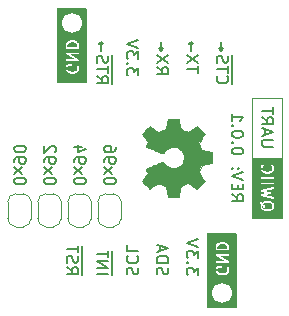
<source format=gbr>
%TF.GenerationSoftware,KiCad,Pcbnew,8.0.7*%
%TF.CreationDate,2025-01-11T17:50:10-05:00*%
%TF.ProjectId,Qwiic-UART,51776969-632d-4554-9152-542e6b696361,0.0.1*%
%TF.SameCoordinates,PX853a720PY66f2fb0*%
%TF.FileFunction,Legend,Bot*%
%TF.FilePolarity,Positive*%
%FSLAX46Y46*%
G04 Gerber Fmt 4.6, Leading zero omitted, Abs format (unit mm)*
G04 Created by KiCad (PCBNEW 8.0.7) date 2025-01-11 17:50:10*
%MOMM*%
%LPD*%
G01*
G04 APERTURE LIST*
G04 Aperture macros list*
%AMFreePoly0*
4,1,19,0.500000,-0.750000,0.000000,-0.750000,0.000000,-0.744911,-0.071157,-0.744911,-0.207708,-0.704816,-0.327430,-0.627875,-0.420627,-0.520320,-0.479746,-0.390866,-0.500000,-0.250000,-0.500000,0.250000,-0.479746,0.390866,-0.420627,0.520320,-0.327430,0.627875,-0.207708,0.704816,-0.071157,0.744911,0.000000,0.744911,0.000000,0.750000,0.500000,0.750000,0.500000,-0.750000,0.500000,-0.750000,
$1*%
%AMFreePoly1*
4,1,19,0.000000,0.744911,0.071157,0.744911,0.207708,0.704816,0.327430,0.627875,0.420627,0.520320,0.479746,0.390866,0.500000,0.250000,0.500000,-0.250000,0.479746,-0.390866,0.420627,-0.520320,0.327430,-0.627875,0.207708,-0.704816,0.071157,-0.744911,0.000000,-0.744911,0.000000,-0.750000,-0.500000,-0.750000,-0.500000,0.750000,0.000000,0.750000,0.000000,0.744911,0.000000,0.744911,
$1*%
G04 Aperture macros list end*
%ADD10C,0.100000*%
%ADD11C,0.150000*%
%ADD12C,0.120000*%
%ADD13C,0.010000*%
%ADD14C,3.200000*%
%ADD15C,1.700000*%
%ADD16FreePoly0,270.000000*%
%ADD17FreePoly1,270.000000*%
G04 APERTURE END LIST*
D10*
X8890000Y5080000D02*
X11430000Y5080000D01*
X11430000Y-5080000D01*
X8890000Y-5080000D01*
X8890000Y5080000D01*
X8890000Y0D02*
X11430000Y0D01*
D11*
G36*
X10523979Y-3869626D02*
G01*
X10595922Y-3941569D01*
X10630180Y-4010085D01*
X10630180Y-4165151D01*
X10595922Y-4233667D01*
X10523979Y-4305609D01*
X10362613Y-4345951D01*
X10047748Y-4345951D01*
X9886381Y-4305609D01*
X9814438Y-4233666D01*
X9780180Y-4165149D01*
X9780180Y-4030588D01*
X9834018Y-4084426D01*
X9868276Y-4152942D01*
X9868276Y-4230475D01*
X9869717Y-4245107D01*
X9880916Y-4272143D01*
X9901608Y-4292835D01*
X9928644Y-4304034D01*
X9957908Y-4304034D01*
X9984944Y-4292835D01*
X10005636Y-4272143D01*
X10016835Y-4245107D01*
X10018276Y-4230475D01*
X10018276Y-4135237D01*
X10016835Y-4120605D01*
X10015804Y-4118116D01*
X10015613Y-4115427D01*
X10010358Y-4101696D01*
X9962739Y-4006458D01*
X9958774Y-4000158D01*
X9958017Y-3998331D01*
X9956328Y-3996274D01*
X9954907Y-3994015D01*
X9953408Y-3992715D01*
X9948690Y-3986966D01*
X9858866Y-3897142D01*
X9886381Y-3869626D01*
X10047748Y-3829285D01*
X10362613Y-3829285D01*
X10523979Y-3869626D01*
G37*
G36*
X10891291Y-4607062D02*
G01*
X9424420Y-4607062D01*
X9424420Y-3697285D01*
X9535531Y-3697285D01*
X9537605Y-3726475D01*
X9542860Y-3740207D01*
X9590479Y-3835445D01*
X9594443Y-3841744D01*
X9595201Y-3843572D01*
X9596889Y-3845628D01*
X9598311Y-3847888D01*
X9599809Y-3849187D01*
X9604528Y-3854937D01*
X9661542Y-3911950D01*
X9638098Y-3958838D01*
X9632843Y-3972570D01*
X9632651Y-3975259D01*
X9631621Y-3977748D01*
X9630180Y-3992380D01*
X9630180Y-4182856D01*
X9631621Y-4197488D01*
X9632651Y-4199976D01*
X9632843Y-4202666D01*
X9638098Y-4216398D01*
X9685718Y-4311636D01*
X9689683Y-4317934D01*
X9690440Y-4319762D01*
X9692128Y-4321819D01*
X9693551Y-4324079D01*
X9695049Y-4325378D01*
X9699767Y-4331127D01*
X9795005Y-4426365D01*
X9806370Y-4435693D01*
X9811523Y-4437827D01*
X9816002Y-4441146D01*
X9829848Y-4446093D01*
X10020324Y-4493712D01*
X10022860Y-4494087D01*
X10023882Y-4494510D01*
X10029394Y-4495052D01*
X10034868Y-4495862D01*
X10035960Y-4495699D01*
X10038514Y-4495951D01*
X10371847Y-4495951D01*
X10374400Y-4495699D01*
X10375493Y-4495862D01*
X10380966Y-4495052D01*
X10386479Y-4494510D01*
X10387500Y-4494087D01*
X10390037Y-4493712D01*
X10580513Y-4446093D01*
X10594359Y-4441146D01*
X10598840Y-4437825D01*
X10603991Y-4435692D01*
X10615356Y-4426365D01*
X10710594Y-4331127D01*
X10715314Y-4325376D01*
X10716811Y-4324078D01*
X10718230Y-4321823D01*
X10719922Y-4319762D01*
X10720680Y-4317929D01*
X10724643Y-4311635D01*
X10772262Y-4216397D01*
X10777517Y-4202666D01*
X10777708Y-4199976D01*
X10778739Y-4197488D01*
X10780180Y-4182856D01*
X10780180Y-3992380D01*
X10778739Y-3977748D01*
X10777708Y-3975259D01*
X10777517Y-3972570D01*
X10772262Y-3958839D01*
X10724643Y-3863601D01*
X10720680Y-3857306D01*
X10719922Y-3855474D01*
X10718230Y-3853412D01*
X10716811Y-3851158D01*
X10715314Y-3849859D01*
X10710594Y-3844109D01*
X10615356Y-3748871D01*
X10603991Y-3739544D01*
X10598840Y-3737410D01*
X10594359Y-3734090D01*
X10580513Y-3729143D01*
X10390037Y-3681524D01*
X10387500Y-3681148D01*
X10386479Y-3680726D01*
X10380966Y-3680183D01*
X10375493Y-3679374D01*
X10374400Y-3679536D01*
X10371847Y-3679285D01*
X10038514Y-3679285D01*
X10035960Y-3679536D01*
X10034868Y-3679374D01*
X10029394Y-3680183D01*
X10023882Y-3680726D01*
X10022860Y-3681148D01*
X10020324Y-3681524D01*
X9829848Y-3729143D01*
X9816002Y-3734090D01*
X9811523Y-3737408D01*
X9806370Y-3739543D01*
X9795005Y-3748871D01*
X9752799Y-3791076D01*
X9719199Y-3757476D01*
X9677024Y-3673125D01*
X9669192Y-3660682D01*
X9647084Y-3641509D01*
X9619323Y-3632255D01*
X9590133Y-3634329D01*
X9563958Y-3647416D01*
X9544785Y-3669524D01*
X9535531Y-3697285D01*
X9424420Y-3697285D01*
X9424420Y-2804708D01*
X9630232Y-2804708D01*
X9632755Y-2815306D01*
X9634189Y-2826097D01*
X9636117Y-2829428D01*
X9637010Y-2833176D01*
X9643396Y-2842000D01*
X9648851Y-2851422D01*
X9651908Y-2853762D01*
X9654167Y-2856883D01*
X9663442Y-2862590D01*
X9672089Y-2869209D01*
X9677488Y-2871234D01*
X9679089Y-2872219D01*
X9680880Y-2872506D01*
X9685855Y-2874372D01*
X10128386Y-2992380D01*
X9685855Y-3110388D01*
X9680880Y-3112253D01*
X9679089Y-3112541D01*
X9677488Y-3113525D01*
X9672089Y-3115551D01*
X9663442Y-3122169D01*
X9654167Y-3127877D01*
X9651908Y-3130997D01*
X9648851Y-3133338D01*
X9643396Y-3142759D01*
X9637010Y-3151584D01*
X9636117Y-3155331D01*
X9634189Y-3158663D01*
X9632755Y-3169453D01*
X9630232Y-3180052D01*
X9630841Y-3183855D01*
X9630335Y-3187671D01*
X9633140Y-3198192D01*
X9634865Y-3208947D01*
X9636882Y-3212226D01*
X9637875Y-3215947D01*
X9644493Y-3224593D01*
X9650201Y-3233869D01*
X9653321Y-3236127D01*
X9655662Y-3239185D01*
X9665083Y-3244639D01*
X9673908Y-3251026D01*
X9679358Y-3252904D01*
X9680987Y-3253847D01*
X9682788Y-3254086D01*
X9687808Y-3255816D01*
X10687809Y-3493911D01*
X10702376Y-3495899D01*
X10731271Y-3491266D01*
X10756193Y-3475930D01*
X10773350Y-3452223D01*
X10780128Y-3423755D01*
X10775495Y-3394860D01*
X10760159Y-3369938D01*
X10736452Y-3352781D01*
X10722552Y-3347991D01*
X10011696Y-3178739D01*
X10438791Y-3064848D01*
X10442218Y-3063562D01*
X10443660Y-3063371D01*
X10445371Y-3062380D01*
X10452558Y-3059685D01*
X10460417Y-3053668D01*
X10468984Y-3048709D01*
X10471937Y-3044851D01*
X10475795Y-3041898D01*
X10480753Y-3033333D01*
X10486772Y-3025471D01*
X10488024Y-3020774D01*
X10490457Y-3016573D01*
X10491760Y-3006764D01*
X10494312Y-2997196D01*
X10493672Y-2992380D01*
X10494312Y-2987564D01*
X10491760Y-2977995D01*
X10490457Y-2968187D01*
X10488024Y-2963985D01*
X10486772Y-2959289D01*
X10480753Y-2951426D01*
X10475795Y-2942862D01*
X10471937Y-2939908D01*
X10468984Y-2936051D01*
X10460417Y-2931091D01*
X10452558Y-2925075D01*
X10445371Y-2922379D01*
X10443660Y-2921389D01*
X10442218Y-2921197D01*
X10438791Y-2919912D01*
X10011696Y-2806020D01*
X10722552Y-2636769D01*
X10736452Y-2631979D01*
X10760159Y-2614822D01*
X10775495Y-2589900D01*
X10780128Y-2561005D01*
X10773350Y-2532537D01*
X10756193Y-2508830D01*
X10731271Y-2493494D01*
X10702376Y-2488861D01*
X10687809Y-2490849D01*
X9687808Y-2728944D01*
X9682788Y-2730673D01*
X9680987Y-2730913D01*
X9679358Y-2731855D01*
X9673908Y-2733734D01*
X9665083Y-2740120D01*
X9655662Y-2745575D01*
X9653321Y-2748632D01*
X9650201Y-2750891D01*
X9644493Y-2760166D01*
X9637875Y-2768813D01*
X9636882Y-2772533D01*
X9634865Y-2775813D01*
X9633140Y-2786567D01*
X9630335Y-2797089D01*
X9630841Y-2800904D01*
X9630232Y-2804708D01*
X9424420Y-2804708D01*
X9424420Y-2168224D01*
X9631621Y-2168224D01*
X9631621Y-2197488D01*
X9642820Y-2224524D01*
X9663512Y-2245216D01*
X9690548Y-2256415D01*
X9705180Y-2257856D01*
X10705180Y-2257856D01*
X10719812Y-2256415D01*
X10746848Y-2245216D01*
X10767540Y-2224524D01*
X10778739Y-2197488D01*
X10778739Y-2168224D01*
X10767540Y-2141188D01*
X10746848Y-2120496D01*
X10719812Y-2109297D01*
X10705180Y-2107856D01*
X9705180Y-2107856D01*
X9690548Y-2109297D01*
X9663512Y-2120496D01*
X9642820Y-2141188D01*
X9631621Y-2168224D01*
X9424420Y-2168224D01*
X9424420Y-1692034D01*
X9631621Y-1692034D01*
X9631621Y-1721298D01*
X9642820Y-1748334D01*
X9663512Y-1769026D01*
X9690548Y-1780225D01*
X9705180Y-1781666D01*
X10705180Y-1781666D01*
X10719812Y-1780225D01*
X10746848Y-1769026D01*
X10767540Y-1748334D01*
X10778739Y-1721298D01*
X10778739Y-1692034D01*
X10767540Y-1664998D01*
X10746848Y-1644306D01*
X10719812Y-1633107D01*
X10705180Y-1631666D01*
X9705180Y-1631666D01*
X9690548Y-1633107D01*
X9663512Y-1644306D01*
X9642820Y-1664998D01*
X9631621Y-1692034D01*
X9424420Y-1692034D01*
X9424420Y-849524D01*
X9630180Y-849524D01*
X9630180Y-944762D01*
X9630909Y-952167D01*
X9630769Y-954143D01*
X9631359Y-956740D01*
X9631621Y-959394D01*
X9632379Y-961224D01*
X9634029Y-968480D01*
X9681649Y-1111337D01*
X9687643Y-1124762D01*
X9689409Y-1126798D01*
X9690440Y-1129287D01*
X9699767Y-1140652D01*
X9795005Y-1235890D01*
X9800755Y-1240610D01*
X9802054Y-1242107D01*
X9804308Y-1243526D01*
X9806370Y-1245218D01*
X9808202Y-1245976D01*
X9814497Y-1249939D01*
X9909735Y-1297558D01*
X9910804Y-1297967D01*
X9911240Y-1298290D01*
X9917376Y-1300482D01*
X9923466Y-1302813D01*
X9924006Y-1302851D01*
X9925086Y-1303237D01*
X10115562Y-1350856D01*
X10118098Y-1351231D01*
X10119120Y-1351654D01*
X10124632Y-1352196D01*
X10130106Y-1353006D01*
X10131198Y-1352843D01*
X10133752Y-1353095D01*
X10276609Y-1353095D01*
X10279162Y-1352843D01*
X10280255Y-1353006D01*
X10285728Y-1352196D01*
X10291241Y-1351654D01*
X10292262Y-1351231D01*
X10294799Y-1350856D01*
X10485275Y-1303237D01*
X10486354Y-1302851D01*
X10486894Y-1302813D01*
X10492975Y-1300485D01*
X10499121Y-1298290D01*
X10499556Y-1297967D01*
X10500626Y-1297558D01*
X10595864Y-1249939D01*
X10602163Y-1245974D01*
X10603991Y-1245217D01*
X10606047Y-1243528D01*
X10608307Y-1242107D01*
X10609606Y-1240608D01*
X10615356Y-1235890D01*
X10710594Y-1140652D01*
X10719922Y-1129287D01*
X10720953Y-1126796D01*
X10722718Y-1124762D01*
X10728712Y-1111336D01*
X10776331Y-968480D01*
X10777980Y-961224D01*
X10778739Y-959394D01*
X10779000Y-956740D01*
X10779591Y-954143D01*
X10779450Y-952168D01*
X10780180Y-944762D01*
X10780180Y-849524D01*
X10779450Y-842117D01*
X10779591Y-840143D01*
X10779000Y-837545D01*
X10778739Y-834892D01*
X10777980Y-833061D01*
X10776331Y-825806D01*
X10728712Y-682950D01*
X10722718Y-669524D01*
X10720951Y-667487D01*
X10719921Y-664999D01*
X10710594Y-653634D01*
X10662975Y-606015D01*
X10651610Y-596688D01*
X10624573Y-585489D01*
X10595311Y-585489D01*
X10568274Y-596688D01*
X10547582Y-617380D01*
X10536383Y-644417D01*
X10536383Y-673679D01*
X10547582Y-700716D01*
X10556909Y-712081D01*
X10592009Y-747181D01*
X10630180Y-861694D01*
X10630180Y-932592D01*
X10592009Y-1047105D01*
X10517896Y-1121218D01*
X10440909Y-1159711D01*
X10267375Y-1203095D01*
X10142986Y-1203095D01*
X9969452Y-1159711D01*
X9892465Y-1121218D01*
X9818351Y-1047104D01*
X9780180Y-932590D01*
X9780180Y-861695D01*
X9818351Y-747181D01*
X9853452Y-712081D01*
X9862779Y-700716D01*
X9873978Y-673680D01*
X9873978Y-644417D01*
X9862779Y-617381D01*
X9842086Y-596688D01*
X9815050Y-585489D01*
X9785787Y-585489D01*
X9758751Y-596688D01*
X9747386Y-606015D01*
X9699767Y-653634D01*
X9690440Y-664999D01*
X9689409Y-667487D01*
X9687643Y-669524D01*
X9681649Y-682949D01*
X9634029Y-825806D01*
X9632379Y-833061D01*
X9631621Y-834892D01*
X9631359Y-837545D01*
X9630769Y-840143D01*
X9630909Y-842118D01*
X9630180Y-849524D01*
X9424420Y-849524D01*
X9424420Y-474378D01*
X10891291Y-474378D01*
X10891291Y-4607062D01*
G37*
X862800Y-9870839D02*
X815180Y-9727982D01*
X815180Y-9727982D02*
X815180Y-9489887D01*
X815180Y-9489887D02*
X862800Y-9394649D01*
X862800Y-9394649D02*
X910419Y-9347030D01*
X910419Y-9347030D02*
X1005657Y-9299411D01*
X1005657Y-9299411D02*
X1100895Y-9299411D01*
X1100895Y-9299411D02*
X1196133Y-9347030D01*
X1196133Y-9347030D02*
X1243752Y-9394649D01*
X1243752Y-9394649D02*
X1291371Y-9489887D01*
X1291371Y-9489887D02*
X1338990Y-9680363D01*
X1338990Y-9680363D02*
X1386609Y-9775601D01*
X1386609Y-9775601D02*
X1434228Y-9823220D01*
X1434228Y-9823220D02*
X1529466Y-9870839D01*
X1529466Y-9870839D02*
X1624704Y-9870839D01*
X1624704Y-9870839D02*
X1719942Y-9823220D01*
X1719942Y-9823220D02*
X1767561Y-9775601D01*
X1767561Y-9775601D02*
X1815180Y-9680363D01*
X1815180Y-9680363D02*
X1815180Y-9442268D01*
X1815180Y-9442268D02*
X1767561Y-9299411D01*
X815180Y-8870839D02*
X1815180Y-8870839D01*
X1815180Y-8870839D02*
X1815180Y-8632744D01*
X1815180Y-8632744D02*
X1767561Y-8489887D01*
X1767561Y-8489887D02*
X1672323Y-8394649D01*
X1672323Y-8394649D02*
X1577085Y-8347030D01*
X1577085Y-8347030D02*
X1386609Y-8299411D01*
X1386609Y-8299411D02*
X1243752Y-8299411D01*
X1243752Y-8299411D02*
X1053276Y-8347030D01*
X1053276Y-8347030D02*
X958038Y-8394649D01*
X958038Y-8394649D02*
X862800Y-8489887D01*
X862800Y-8489887D02*
X815180Y-8632744D01*
X815180Y-8632744D02*
X815180Y-8870839D01*
X1100895Y-7918458D02*
X1100895Y-7442268D01*
X815180Y-8013696D02*
X1815180Y-7680363D01*
X1815180Y-7680363D02*
X815180Y-7347030D01*
X-10249820Y-2012744D02*
X-10249820Y-1917506D01*
X-10249820Y-1917506D02*
X-10297439Y-1822268D01*
X-10297439Y-1822268D02*
X-10345058Y-1774649D01*
X-10345058Y-1774649D02*
X-10440296Y-1727030D01*
X-10440296Y-1727030D02*
X-10630772Y-1679411D01*
X-10630772Y-1679411D02*
X-10868867Y-1679411D01*
X-10868867Y-1679411D02*
X-11059343Y-1727030D01*
X-11059343Y-1727030D02*
X-11154581Y-1774649D01*
X-11154581Y-1774649D02*
X-11202200Y-1822268D01*
X-11202200Y-1822268D02*
X-11249820Y-1917506D01*
X-11249820Y-1917506D02*
X-11249820Y-2012744D01*
X-11249820Y-2012744D02*
X-11202200Y-2107982D01*
X-11202200Y-2107982D02*
X-11154581Y-2155601D01*
X-11154581Y-2155601D02*
X-11059343Y-2203220D01*
X-11059343Y-2203220D02*
X-10868867Y-2250839D01*
X-10868867Y-2250839D02*
X-10630772Y-2250839D01*
X-10630772Y-2250839D02*
X-10440296Y-2203220D01*
X-10440296Y-2203220D02*
X-10345058Y-2155601D01*
X-10345058Y-2155601D02*
X-10297439Y-2107982D01*
X-10297439Y-2107982D02*
X-10249820Y-2012744D01*
X-11249820Y-1346077D02*
X-10583153Y-822268D01*
X-10583153Y-1346077D02*
X-11249820Y-822268D01*
X-11249820Y-393696D02*
X-11249820Y-203220D01*
X-11249820Y-203220D02*
X-11202200Y-107982D01*
X-11202200Y-107982D02*
X-11154581Y-60363D01*
X-11154581Y-60363D02*
X-11011724Y34875D01*
X-11011724Y34875D02*
X-10821248Y82494D01*
X-10821248Y82494D02*
X-10440296Y82494D01*
X-10440296Y82494D02*
X-10345058Y34875D01*
X-10345058Y34875D02*
X-10297439Y-12744D01*
X-10297439Y-12744D02*
X-10249820Y-107982D01*
X-10249820Y-107982D02*
X-10249820Y-298458D01*
X-10249820Y-298458D02*
X-10297439Y-393696D01*
X-10297439Y-393696D02*
X-10345058Y-441315D01*
X-10345058Y-441315D02*
X-10440296Y-488934D01*
X-10440296Y-488934D02*
X-10678391Y-488934D01*
X-10678391Y-488934D02*
X-10773629Y-441315D01*
X-10773629Y-441315D02*
X-10821248Y-393696D01*
X-10821248Y-393696D02*
X-10868867Y-298458D01*
X-10868867Y-298458D02*
X-10868867Y-107982D01*
X-10868867Y-107982D02*
X-10821248Y-12744D01*
X-10821248Y-12744D02*
X-10773629Y34875D01*
X-10773629Y34875D02*
X-10678391Y82494D01*
X-10249820Y701542D02*
X-10249820Y796780D01*
X-10249820Y796780D02*
X-10297439Y892018D01*
X-10297439Y892018D02*
X-10345058Y939637D01*
X-10345058Y939637D02*
X-10440296Y987256D01*
X-10440296Y987256D02*
X-10630772Y1034875D01*
X-10630772Y1034875D02*
X-10868867Y1034875D01*
X-10868867Y1034875D02*
X-11059343Y987256D01*
X-11059343Y987256D02*
X-11154581Y939637D01*
X-11154581Y939637D02*
X-11202200Y892018D01*
X-11202200Y892018D02*
X-11249820Y796780D01*
X-11249820Y796780D02*
X-11249820Y701542D01*
X-11249820Y701542D02*
X-11202200Y606304D01*
X-11202200Y606304D02*
X-11154581Y558685D01*
X-11154581Y558685D02*
X-11059343Y511066D01*
X-11059343Y511066D02*
X-10868867Y463447D01*
X-10868867Y463447D02*
X-10630772Y463447D01*
X-10630772Y463447D02*
X-10440296Y511066D01*
X-10440296Y511066D02*
X-10345058Y558685D01*
X-10345058Y558685D02*
X-10297439Y606304D01*
X-10297439Y606304D02*
X-10249820Y701542D01*
X-6804820Y-9251792D02*
X-6328629Y-9585125D01*
X-6804820Y-9823220D02*
X-5804820Y-9823220D01*
X-5804820Y-9823220D02*
X-5804820Y-9442268D01*
X-5804820Y-9442268D02*
X-5852439Y-9347030D01*
X-5852439Y-9347030D02*
X-5900058Y-9299411D01*
X-5900058Y-9299411D02*
X-5995296Y-9251792D01*
X-5995296Y-9251792D02*
X-6138153Y-9251792D01*
X-6138153Y-9251792D02*
X-6233391Y-9299411D01*
X-6233391Y-9299411D02*
X-6281010Y-9347030D01*
X-6281010Y-9347030D02*
X-6328629Y-9442268D01*
X-6328629Y-9442268D02*
X-6328629Y-9823220D01*
X-6757200Y-8870839D02*
X-6804820Y-8727982D01*
X-6804820Y-8727982D02*
X-6804820Y-8489887D01*
X-6804820Y-8489887D02*
X-6757200Y-8394649D01*
X-6757200Y-8394649D02*
X-6709581Y-8347030D01*
X-6709581Y-8347030D02*
X-6614343Y-8299411D01*
X-6614343Y-8299411D02*
X-6519105Y-8299411D01*
X-6519105Y-8299411D02*
X-6423867Y-8347030D01*
X-6423867Y-8347030D02*
X-6376248Y-8394649D01*
X-6376248Y-8394649D02*
X-6328629Y-8489887D01*
X-6328629Y-8489887D02*
X-6281010Y-8680363D01*
X-6281010Y-8680363D02*
X-6233391Y-8775601D01*
X-6233391Y-8775601D02*
X-6185772Y-8823220D01*
X-6185772Y-8823220D02*
X-6090534Y-8870839D01*
X-6090534Y-8870839D02*
X-5995296Y-8870839D01*
X-5995296Y-8870839D02*
X-5900058Y-8823220D01*
X-5900058Y-8823220D02*
X-5852439Y-8775601D01*
X-5852439Y-8775601D02*
X-5804820Y-8680363D01*
X-5804820Y-8680363D02*
X-5804820Y-8442268D01*
X-5804820Y-8442268D02*
X-5852439Y-8299411D01*
X-5804820Y-8013696D02*
X-5804820Y-7442268D01*
X-6804820Y-7727982D02*
X-5804820Y-7727982D01*
X-5527200Y-9961316D02*
X-5527200Y-7447030D01*
X-7709820Y-2012744D02*
X-7709820Y-1917506D01*
X-7709820Y-1917506D02*
X-7757439Y-1822268D01*
X-7757439Y-1822268D02*
X-7805058Y-1774649D01*
X-7805058Y-1774649D02*
X-7900296Y-1727030D01*
X-7900296Y-1727030D02*
X-8090772Y-1679411D01*
X-8090772Y-1679411D02*
X-8328867Y-1679411D01*
X-8328867Y-1679411D02*
X-8519343Y-1727030D01*
X-8519343Y-1727030D02*
X-8614581Y-1774649D01*
X-8614581Y-1774649D02*
X-8662200Y-1822268D01*
X-8662200Y-1822268D02*
X-8709820Y-1917506D01*
X-8709820Y-1917506D02*
X-8709820Y-2012744D01*
X-8709820Y-2012744D02*
X-8662200Y-2107982D01*
X-8662200Y-2107982D02*
X-8614581Y-2155601D01*
X-8614581Y-2155601D02*
X-8519343Y-2203220D01*
X-8519343Y-2203220D02*
X-8328867Y-2250839D01*
X-8328867Y-2250839D02*
X-8090772Y-2250839D01*
X-8090772Y-2250839D02*
X-7900296Y-2203220D01*
X-7900296Y-2203220D02*
X-7805058Y-2155601D01*
X-7805058Y-2155601D02*
X-7757439Y-2107982D01*
X-7757439Y-2107982D02*
X-7709820Y-2012744D01*
X-8709820Y-1346077D02*
X-8043153Y-822268D01*
X-8043153Y-1346077D02*
X-8709820Y-822268D01*
X-8709820Y-393696D02*
X-8709820Y-203220D01*
X-8709820Y-203220D02*
X-8662200Y-107982D01*
X-8662200Y-107982D02*
X-8614581Y-60363D01*
X-8614581Y-60363D02*
X-8471724Y34875D01*
X-8471724Y34875D02*
X-8281248Y82494D01*
X-8281248Y82494D02*
X-7900296Y82494D01*
X-7900296Y82494D02*
X-7805058Y34875D01*
X-7805058Y34875D02*
X-7757439Y-12744D01*
X-7757439Y-12744D02*
X-7709820Y-107982D01*
X-7709820Y-107982D02*
X-7709820Y-298458D01*
X-7709820Y-298458D02*
X-7757439Y-393696D01*
X-7757439Y-393696D02*
X-7805058Y-441315D01*
X-7805058Y-441315D02*
X-7900296Y-488934D01*
X-7900296Y-488934D02*
X-8138391Y-488934D01*
X-8138391Y-488934D02*
X-8233629Y-441315D01*
X-8233629Y-441315D02*
X-8281248Y-393696D01*
X-8281248Y-393696D02*
X-8328867Y-298458D01*
X-8328867Y-298458D02*
X-8328867Y-107982D01*
X-8328867Y-107982D02*
X-8281248Y-12744D01*
X-8281248Y-12744D02*
X-8233629Y34875D01*
X-8233629Y34875D02*
X-8138391Y82494D01*
X-7805058Y463447D02*
X-7757439Y511066D01*
X-7757439Y511066D02*
X-7709820Y606304D01*
X-7709820Y606304D02*
X-7709820Y844399D01*
X-7709820Y844399D02*
X-7757439Y939637D01*
X-7757439Y939637D02*
X-7805058Y987256D01*
X-7805058Y987256D02*
X-7900296Y1034875D01*
X-7900296Y1034875D02*
X-7995534Y1034875D01*
X-7995534Y1034875D02*
X-8138391Y987256D01*
X-8138391Y987256D02*
X-8709820Y415828D01*
X-8709820Y415828D02*
X-8709820Y1034875D01*
X10705180Y944763D02*
X9895657Y944763D01*
X9895657Y944763D02*
X9800419Y992382D01*
X9800419Y992382D02*
X9752800Y1040001D01*
X9752800Y1040001D02*
X9705180Y1135239D01*
X9705180Y1135239D02*
X9705180Y1325715D01*
X9705180Y1325715D02*
X9752800Y1420953D01*
X9752800Y1420953D02*
X9800419Y1468572D01*
X9800419Y1468572D02*
X9895657Y1516191D01*
X9895657Y1516191D02*
X10705180Y1516191D01*
X9990895Y1944763D02*
X9990895Y2420953D01*
X9705180Y1849525D02*
X10705180Y2182858D01*
X10705180Y2182858D02*
X9705180Y2516191D01*
X9705180Y3420953D02*
X10181371Y3087620D01*
X9705180Y2849525D02*
X10705180Y2849525D01*
X10705180Y2849525D02*
X10705180Y3230477D01*
X10705180Y3230477D02*
X10657561Y3325715D01*
X10657561Y3325715D02*
X10609942Y3373334D01*
X10609942Y3373334D02*
X10514704Y3420953D01*
X10514704Y3420953D02*
X10371847Y3420953D01*
X10371847Y3420953D02*
X10276609Y3373334D01*
X10276609Y3373334D02*
X10228990Y3325715D01*
X10228990Y3325715D02*
X10181371Y3230477D01*
X10181371Y3230477D02*
X10181371Y2849525D01*
X10705180Y3706668D02*
X10705180Y4278096D01*
X9705180Y3992382D02*
X10705180Y3992382D01*
X-724820Y6966079D02*
X-724820Y7585126D01*
X-724820Y7585126D02*
X-1105772Y7251793D01*
X-1105772Y7251793D02*
X-1105772Y7394650D01*
X-1105772Y7394650D02*
X-1153391Y7489888D01*
X-1153391Y7489888D02*
X-1201010Y7537507D01*
X-1201010Y7537507D02*
X-1296248Y7585126D01*
X-1296248Y7585126D02*
X-1534343Y7585126D01*
X-1534343Y7585126D02*
X-1629581Y7537507D01*
X-1629581Y7537507D02*
X-1677200Y7489888D01*
X-1677200Y7489888D02*
X-1724820Y7394650D01*
X-1724820Y7394650D02*
X-1724820Y7108936D01*
X-1724820Y7108936D02*
X-1677200Y7013698D01*
X-1677200Y7013698D02*
X-1629581Y6966079D01*
X-1629581Y8013698D02*
X-1677200Y8061317D01*
X-1677200Y8061317D02*
X-1724820Y8013698D01*
X-1724820Y8013698D02*
X-1677200Y7966079D01*
X-1677200Y7966079D02*
X-1629581Y8013698D01*
X-1629581Y8013698D02*
X-1724820Y8013698D01*
X-724820Y8394650D02*
X-724820Y9013697D01*
X-724820Y9013697D02*
X-1105772Y8680364D01*
X-1105772Y8680364D02*
X-1105772Y8823221D01*
X-1105772Y8823221D02*
X-1153391Y8918459D01*
X-1153391Y8918459D02*
X-1201010Y8966078D01*
X-1201010Y8966078D02*
X-1296248Y9013697D01*
X-1296248Y9013697D02*
X-1534343Y9013697D01*
X-1534343Y9013697D02*
X-1629581Y8966078D01*
X-1629581Y8966078D02*
X-1677200Y8918459D01*
X-1677200Y8918459D02*
X-1724820Y8823221D01*
X-1724820Y8823221D02*
X-1724820Y8537507D01*
X-1724820Y8537507D02*
X-1677200Y8442269D01*
X-1677200Y8442269D02*
X-1629581Y8394650D01*
X-724820Y9299412D02*
X-1724820Y9632745D01*
X-1724820Y9632745D02*
X-724820Y9966078D01*
X-5169820Y-2012744D02*
X-5169820Y-1917506D01*
X-5169820Y-1917506D02*
X-5217439Y-1822268D01*
X-5217439Y-1822268D02*
X-5265058Y-1774649D01*
X-5265058Y-1774649D02*
X-5360296Y-1727030D01*
X-5360296Y-1727030D02*
X-5550772Y-1679411D01*
X-5550772Y-1679411D02*
X-5788867Y-1679411D01*
X-5788867Y-1679411D02*
X-5979343Y-1727030D01*
X-5979343Y-1727030D02*
X-6074581Y-1774649D01*
X-6074581Y-1774649D02*
X-6122200Y-1822268D01*
X-6122200Y-1822268D02*
X-6169820Y-1917506D01*
X-6169820Y-1917506D02*
X-6169820Y-2012744D01*
X-6169820Y-2012744D02*
X-6122200Y-2107982D01*
X-6122200Y-2107982D02*
X-6074581Y-2155601D01*
X-6074581Y-2155601D02*
X-5979343Y-2203220D01*
X-5979343Y-2203220D02*
X-5788867Y-2250839D01*
X-5788867Y-2250839D02*
X-5550772Y-2250839D01*
X-5550772Y-2250839D02*
X-5360296Y-2203220D01*
X-5360296Y-2203220D02*
X-5265058Y-2155601D01*
X-5265058Y-2155601D02*
X-5217439Y-2107982D01*
X-5217439Y-2107982D02*
X-5169820Y-2012744D01*
X-6169820Y-1346077D02*
X-5503153Y-822268D01*
X-5503153Y-1346077D02*
X-6169820Y-822268D01*
X-6169820Y-393696D02*
X-6169820Y-203220D01*
X-6169820Y-203220D02*
X-6122200Y-107982D01*
X-6122200Y-107982D02*
X-6074581Y-60363D01*
X-6074581Y-60363D02*
X-5931724Y34875D01*
X-5931724Y34875D02*
X-5741248Y82494D01*
X-5741248Y82494D02*
X-5360296Y82494D01*
X-5360296Y82494D02*
X-5265058Y34875D01*
X-5265058Y34875D02*
X-5217439Y-12744D01*
X-5217439Y-12744D02*
X-5169820Y-107982D01*
X-5169820Y-107982D02*
X-5169820Y-298458D01*
X-5169820Y-298458D02*
X-5217439Y-393696D01*
X-5217439Y-393696D02*
X-5265058Y-441315D01*
X-5265058Y-441315D02*
X-5360296Y-488934D01*
X-5360296Y-488934D02*
X-5598391Y-488934D01*
X-5598391Y-488934D02*
X-5693629Y-441315D01*
X-5693629Y-441315D02*
X-5741248Y-393696D01*
X-5741248Y-393696D02*
X-5788867Y-298458D01*
X-5788867Y-298458D02*
X-5788867Y-107982D01*
X-5788867Y-107982D02*
X-5741248Y-12744D01*
X-5741248Y-12744D02*
X-5693629Y34875D01*
X-5693629Y34875D02*
X-5598391Y82494D01*
X-5503153Y939637D02*
X-6169820Y939637D01*
X-5122200Y701542D02*
X-5836486Y463447D01*
X-5836486Y463447D02*
X-5836486Y1082494D01*
X7165180Y-3095237D02*
X7641371Y-3428570D01*
X7165180Y-3666665D02*
X8165180Y-3666665D01*
X8165180Y-3666665D02*
X8165180Y-3285713D01*
X8165180Y-3285713D02*
X8117561Y-3190475D01*
X8117561Y-3190475D02*
X8069942Y-3142856D01*
X8069942Y-3142856D02*
X7974704Y-3095237D01*
X7974704Y-3095237D02*
X7831847Y-3095237D01*
X7831847Y-3095237D02*
X7736609Y-3142856D01*
X7736609Y-3142856D02*
X7688990Y-3190475D01*
X7688990Y-3190475D02*
X7641371Y-3285713D01*
X7641371Y-3285713D02*
X7641371Y-3666665D01*
X7688990Y-2666665D02*
X7688990Y-2333332D01*
X7165180Y-2190475D02*
X7165180Y-2666665D01*
X7165180Y-2666665D02*
X8165180Y-2666665D01*
X8165180Y-2666665D02*
X8165180Y-2190475D01*
X8165180Y-1904760D02*
X7165180Y-1571427D01*
X7165180Y-1571427D02*
X8165180Y-1238094D01*
X7260419Y-904760D02*
X7212800Y-857141D01*
X7212800Y-857141D02*
X7165180Y-904760D01*
X7165180Y-904760D02*
X7212800Y-952379D01*
X7212800Y-952379D02*
X7260419Y-904760D01*
X7260419Y-904760D02*
X7165180Y-904760D01*
X7784228Y-904760D02*
X7736609Y-857141D01*
X7736609Y-857141D02*
X7688990Y-904760D01*
X7688990Y-904760D02*
X7736609Y-952379D01*
X7736609Y-952379D02*
X7784228Y-904760D01*
X7784228Y-904760D02*
X7688990Y-904760D01*
X8165180Y523811D02*
X8165180Y619049D01*
X8165180Y619049D02*
X8117561Y714287D01*
X8117561Y714287D02*
X8069942Y761906D01*
X8069942Y761906D02*
X7974704Y809525D01*
X7974704Y809525D02*
X7784228Y857144D01*
X7784228Y857144D02*
X7546133Y857144D01*
X7546133Y857144D02*
X7355657Y809525D01*
X7355657Y809525D02*
X7260419Y761906D01*
X7260419Y761906D02*
X7212800Y714287D01*
X7212800Y714287D02*
X7165180Y619049D01*
X7165180Y619049D02*
X7165180Y523811D01*
X7165180Y523811D02*
X7212800Y428573D01*
X7212800Y428573D02*
X7260419Y380954D01*
X7260419Y380954D02*
X7355657Y333335D01*
X7355657Y333335D02*
X7546133Y285716D01*
X7546133Y285716D02*
X7784228Y285716D01*
X7784228Y285716D02*
X7974704Y333335D01*
X7974704Y333335D02*
X8069942Y380954D01*
X8069942Y380954D02*
X8117561Y428573D01*
X8117561Y428573D02*
X8165180Y523811D01*
X7260419Y1285716D02*
X7212800Y1333335D01*
X7212800Y1333335D02*
X7165180Y1285716D01*
X7165180Y1285716D02*
X7212800Y1238097D01*
X7212800Y1238097D02*
X7260419Y1285716D01*
X7260419Y1285716D02*
X7165180Y1285716D01*
X8165180Y1952382D02*
X8165180Y2047620D01*
X8165180Y2047620D02*
X8117561Y2142858D01*
X8117561Y2142858D02*
X8069942Y2190477D01*
X8069942Y2190477D02*
X7974704Y2238096D01*
X7974704Y2238096D02*
X7784228Y2285715D01*
X7784228Y2285715D02*
X7546133Y2285715D01*
X7546133Y2285715D02*
X7355657Y2238096D01*
X7355657Y2238096D02*
X7260419Y2190477D01*
X7260419Y2190477D02*
X7212800Y2142858D01*
X7212800Y2142858D02*
X7165180Y2047620D01*
X7165180Y2047620D02*
X7165180Y1952382D01*
X7165180Y1952382D02*
X7212800Y1857144D01*
X7212800Y1857144D02*
X7260419Y1809525D01*
X7260419Y1809525D02*
X7355657Y1761906D01*
X7355657Y1761906D02*
X7546133Y1714287D01*
X7546133Y1714287D02*
X7784228Y1714287D01*
X7784228Y1714287D02*
X7974704Y1761906D01*
X7974704Y1761906D02*
X8069942Y1809525D01*
X8069942Y1809525D02*
X8117561Y1857144D01*
X8117561Y1857144D02*
X8165180Y1952382D01*
X7260419Y2714287D02*
X7212800Y2761906D01*
X7212800Y2761906D02*
X7165180Y2714287D01*
X7165180Y2714287D02*
X7212800Y2666668D01*
X7212800Y2666668D02*
X7260419Y2714287D01*
X7260419Y2714287D02*
X7165180Y2714287D01*
X7165180Y3714286D02*
X7165180Y3142858D01*
X7165180Y3428572D02*
X8165180Y3428572D01*
X8165180Y3428572D02*
X8022323Y3333334D01*
X8022323Y3333334D02*
X7927085Y3238096D01*
X7927085Y3238096D02*
X7879466Y3142858D01*
X-1677200Y-9870839D02*
X-1724820Y-9727982D01*
X-1724820Y-9727982D02*
X-1724820Y-9489887D01*
X-1724820Y-9489887D02*
X-1677200Y-9394649D01*
X-1677200Y-9394649D02*
X-1629581Y-9347030D01*
X-1629581Y-9347030D02*
X-1534343Y-9299411D01*
X-1534343Y-9299411D02*
X-1439105Y-9299411D01*
X-1439105Y-9299411D02*
X-1343867Y-9347030D01*
X-1343867Y-9347030D02*
X-1296248Y-9394649D01*
X-1296248Y-9394649D02*
X-1248629Y-9489887D01*
X-1248629Y-9489887D02*
X-1201010Y-9680363D01*
X-1201010Y-9680363D02*
X-1153391Y-9775601D01*
X-1153391Y-9775601D02*
X-1105772Y-9823220D01*
X-1105772Y-9823220D02*
X-1010534Y-9870839D01*
X-1010534Y-9870839D02*
X-915296Y-9870839D01*
X-915296Y-9870839D02*
X-820058Y-9823220D01*
X-820058Y-9823220D02*
X-772439Y-9775601D01*
X-772439Y-9775601D02*
X-724820Y-9680363D01*
X-724820Y-9680363D02*
X-724820Y-9442268D01*
X-724820Y-9442268D02*
X-772439Y-9299411D01*
X-1629581Y-8299411D02*
X-1677200Y-8347030D01*
X-1677200Y-8347030D02*
X-1724820Y-8489887D01*
X-1724820Y-8489887D02*
X-1724820Y-8585125D01*
X-1724820Y-8585125D02*
X-1677200Y-8727982D01*
X-1677200Y-8727982D02*
X-1581962Y-8823220D01*
X-1581962Y-8823220D02*
X-1486724Y-8870839D01*
X-1486724Y-8870839D02*
X-1296248Y-8918458D01*
X-1296248Y-8918458D02*
X-1153391Y-8918458D01*
X-1153391Y-8918458D02*
X-962915Y-8870839D01*
X-962915Y-8870839D02*
X-867677Y-8823220D01*
X-867677Y-8823220D02*
X-772439Y-8727982D01*
X-772439Y-8727982D02*
X-724820Y-8585125D01*
X-724820Y-8585125D02*
X-724820Y-8489887D01*
X-724820Y-8489887D02*
X-772439Y-8347030D01*
X-772439Y-8347030D02*
X-820058Y-8299411D01*
X-1724820Y-7394649D02*
X-1724820Y-7870839D01*
X-1724820Y-7870839D02*
X-724820Y-7870839D01*
X-2629820Y-2012744D02*
X-2629820Y-1917506D01*
X-2629820Y-1917506D02*
X-2677439Y-1822268D01*
X-2677439Y-1822268D02*
X-2725058Y-1774649D01*
X-2725058Y-1774649D02*
X-2820296Y-1727030D01*
X-2820296Y-1727030D02*
X-3010772Y-1679411D01*
X-3010772Y-1679411D02*
X-3248867Y-1679411D01*
X-3248867Y-1679411D02*
X-3439343Y-1727030D01*
X-3439343Y-1727030D02*
X-3534581Y-1774649D01*
X-3534581Y-1774649D02*
X-3582200Y-1822268D01*
X-3582200Y-1822268D02*
X-3629820Y-1917506D01*
X-3629820Y-1917506D02*
X-3629820Y-2012744D01*
X-3629820Y-2012744D02*
X-3582200Y-2107982D01*
X-3582200Y-2107982D02*
X-3534581Y-2155601D01*
X-3534581Y-2155601D02*
X-3439343Y-2203220D01*
X-3439343Y-2203220D02*
X-3248867Y-2250839D01*
X-3248867Y-2250839D02*
X-3010772Y-2250839D01*
X-3010772Y-2250839D02*
X-2820296Y-2203220D01*
X-2820296Y-2203220D02*
X-2725058Y-2155601D01*
X-2725058Y-2155601D02*
X-2677439Y-2107982D01*
X-2677439Y-2107982D02*
X-2629820Y-2012744D01*
X-3629820Y-1346077D02*
X-2963153Y-822268D01*
X-2963153Y-1346077D02*
X-3629820Y-822268D01*
X-3629820Y-393696D02*
X-3629820Y-203220D01*
X-3629820Y-203220D02*
X-3582200Y-107982D01*
X-3582200Y-107982D02*
X-3534581Y-60363D01*
X-3534581Y-60363D02*
X-3391724Y34875D01*
X-3391724Y34875D02*
X-3201248Y82494D01*
X-3201248Y82494D02*
X-2820296Y82494D01*
X-2820296Y82494D02*
X-2725058Y34875D01*
X-2725058Y34875D02*
X-2677439Y-12744D01*
X-2677439Y-12744D02*
X-2629820Y-107982D01*
X-2629820Y-107982D02*
X-2629820Y-298458D01*
X-2629820Y-298458D02*
X-2677439Y-393696D01*
X-2677439Y-393696D02*
X-2725058Y-441315D01*
X-2725058Y-441315D02*
X-2820296Y-488934D01*
X-2820296Y-488934D02*
X-3058391Y-488934D01*
X-3058391Y-488934D02*
X-3153629Y-441315D01*
X-3153629Y-441315D02*
X-3201248Y-393696D01*
X-3201248Y-393696D02*
X-3248867Y-298458D01*
X-3248867Y-298458D02*
X-3248867Y-107982D01*
X-3248867Y-107982D02*
X-3201248Y-12744D01*
X-3201248Y-12744D02*
X-3153629Y34875D01*
X-3153629Y34875D02*
X-3058391Y82494D01*
X-2629820Y939637D02*
X-2629820Y749161D01*
X-2629820Y749161D02*
X-2677439Y653923D01*
X-2677439Y653923D02*
X-2725058Y606304D01*
X-2725058Y606304D02*
X-2867915Y511066D01*
X-2867915Y511066D02*
X-3058391Y463447D01*
X-3058391Y463447D02*
X-3439343Y463447D01*
X-3439343Y463447D02*
X-3534581Y511066D01*
X-3534581Y511066D02*
X-3582200Y558685D01*
X-3582200Y558685D02*
X-3629820Y653923D01*
X-3629820Y653923D02*
X-3629820Y844399D01*
X-3629820Y844399D02*
X-3582200Y939637D01*
X-3582200Y939637D02*
X-3534581Y987256D01*
X-3534581Y987256D02*
X-3439343Y1034875D01*
X-3439343Y1034875D02*
X-3201248Y1034875D01*
X-3201248Y1034875D02*
X-3106010Y987256D01*
X-3106010Y987256D02*
X-3058391Y939637D01*
X-3058391Y939637D02*
X-3010772Y844399D01*
X-3010772Y844399D02*
X-3010772Y653923D01*
X-3010772Y653923D02*
X-3058391Y558685D01*
X-3058391Y558685D02*
X-3106010Y511066D01*
X-3106010Y511066D02*
X-3201248Y463447D01*
X5990419Y6918459D02*
X5942800Y6870840D01*
X5942800Y6870840D02*
X5895180Y6727983D01*
X5895180Y6727983D02*
X5895180Y6632745D01*
X5895180Y6632745D02*
X5942800Y6489888D01*
X5942800Y6489888D02*
X6038038Y6394650D01*
X6038038Y6394650D02*
X6133276Y6347031D01*
X6133276Y6347031D02*
X6323752Y6299412D01*
X6323752Y6299412D02*
X6466609Y6299412D01*
X6466609Y6299412D02*
X6657085Y6347031D01*
X6657085Y6347031D02*
X6752323Y6394650D01*
X6752323Y6394650D02*
X6847561Y6489888D01*
X6847561Y6489888D02*
X6895180Y6632745D01*
X6895180Y6632745D02*
X6895180Y6727983D01*
X6895180Y6727983D02*
X6847561Y6870840D01*
X6847561Y6870840D02*
X6799942Y6918459D01*
X6895180Y7204174D02*
X6895180Y7775602D01*
X5895180Y7489888D02*
X6895180Y7489888D01*
X5942800Y8061317D02*
X5895180Y8204174D01*
X5895180Y8204174D02*
X5895180Y8442269D01*
X5895180Y8442269D02*
X5942800Y8537507D01*
X5942800Y8537507D02*
X5990419Y8585126D01*
X5990419Y8585126D02*
X6085657Y8632745D01*
X6085657Y8632745D02*
X6180895Y8632745D01*
X6180895Y8632745D02*
X6276133Y8585126D01*
X6276133Y8585126D02*
X6323752Y8537507D01*
X6323752Y8537507D02*
X6371371Y8442269D01*
X6371371Y8442269D02*
X6418990Y8251793D01*
X6418990Y8251793D02*
X6466609Y8156555D01*
X6466609Y8156555D02*
X6514228Y8108936D01*
X6514228Y8108936D02*
X6609466Y8061317D01*
X6609466Y8061317D02*
X6704704Y8061317D01*
X6704704Y8061317D02*
X6799942Y8108936D01*
X6799942Y8108936D02*
X6847561Y8156555D01*
X6847561Y8156555D02*
X6895180Y8251793D01*
X6895180Y8251793D02*
X6895180Y8489888D01*
X6895180Y8489888D02*
X6847561Y8632745D01*
X7172800Y6208935D02*
X7172800Y8723221D01*
X6276133Y9823221D02*
X6276133Y9061317D01*
X6085657Y9251793D02*
X6276133Y9061317D01*
X6276133Y9061317D02*
X6466609Y9251793D01*
X-4264820Y-9823220D02*
X-3264820Y-9823220D01*
X-4264820Y-9347030D02*
X-3264820Y-9347030D01*
X-3264820Y-9347030D02*
X-4264820Y-8775602D01*
X-4264820Y-8775602D02*
X-3264820Y-8775602D01*
X-3264820Y-8442268D02*
X-3264820Y-7870840D01*
X-4264820Y-8156554D02*
X-3264820Y-8156554D01*
X-2987200Y-9961316D02*
X-2987200Y-7875602D01*
G36*
X-6069091Y9752457D02*
G01*
X-5992104Y9713963D01*
X-5917991Y9639850D01*
X-5879820Y9525337D01*
X-5879820Y9374412D01*
X-6729820Y9374412D01*
X-6729820Y9525336D01*
X-6691649Y9639850D01*
X-6617535Y9713963D01*
X-6540548Y9752457D01*
X-6367014Y9795840D01*
X-6242625Y9795840D01*
X-6069091Y9752457D01*
G37*
G36*
X-5618709Y7018063D02*
G01*
X-6990931Y7018063D01*
X-6990931Y7632745D01*
X-6879820Y7632745D01*
X-6879820Y7537507D01*
X-6879091Y7530102D01*
X-6879231Y7528126D01*
X-6878641Y7525529D01*
X-6878379Y7522875D01*
X-6877621Y7521045D01*
X-6875971Y7513789D01*
X-6828351Y7370932D01*
X-6822357Y7357507D01*
X-6820591Y7355471D01*
X-6819560Y7352982D01*
X-6810233Y7341617D01*
X-6714995Y7246379D01*
X-6709245Y7241659D01*
X-6707946Y7240162D01*
X-6705692Y7238743D01*
X-6703630Y7237051D01*
X-6701798Y7236293D01*
X-6695503Y7232330D01*
X-6600265Y7184711D01*
X-6599196Y7184302D01*
X-6598760Y7183979D01*
X-6592624Y7181787D01*
X-6586534Y7179456D01*
X-6585994Y7179418D01*
X-6584914Y7179032D01*
X-6394438Y7131413D01*
X-6391902Y7131038D01*
X-6390880Y7130615D01*
X-6385368Y7130073D01*
X-6379894Y7129263D01*
X-6378802Y7129426D01*
X-6376248Y7129174D01*
X-6233391Y7129174D01*
X-6230838Y7129426D01*
X-6229745Y7129263D01*
X-6224272Y7130073D01*
X-6218759Y7130615D01*
X-6217738Y7131038D01*
X-6215201Y7131413D01*
X-6024725Y7179032D01*
X-6023646Y7179418D01*
X-6023106Y7179456D01*
X-6017025Y7181784D01*
X-6010879Y7183979D01*
X-6010444Y7184302D01*
X-6009374Y7184711D01*
X-5914136Y7232330D01*
X-5907837Y7236295D01*
X-5906009Y7237052D01*
X-5903953Y7238741D01*
X-5901693Y7240162D01*
X-5900394Y7241661D01*
X-5894644Y7246379D01*
X-5799406Y7341617D01*
X-5790078Y7352982D01*
X-5789047Y7355473D01*
X-5787282Y7357507D01*
X-5781288Y7370933D01*
X-5733669Y7513789D01*
X-5732020Y7521045D01*
X-5731261Y7522875D01*
X-5731000Y7525529D01*
X-5730409Y7528126D01*
X-5730550Y7530101D01*
X-5729820Y7537507D01*
X-5729820Y7680364D01*
X-5731261Y7694996D01*
X-5732292Y7697485D01*
X-5732483Y7700174D01*
X-5737738Y7713905D01*
X-5785357Y7809143D01*
X-5793189Y7821586D01*
X-5815297Y7840759D01*
X-5843058Y7850013D01*
X-5872248Y7847939D01*
X-5898423Y7834852D01*
X-5917596Y7812744D01*
X-5926850Y7784983D01*
X-5924776Y7755793D01*
X-5919521Y7742061D01*
X-5879820Y7662659D01*
X-5879820Y7549677D01*
X-5917991Y7435164D01*
X-5992104Y7361051D01*
X-6069091Y7322558D01*
X-6242625Y7279174D01*
X-6367014Y7279174D01*
X-6540548Y7322558D01*
X-6617535Y7361051D01*
X-6691649Y7435165D01*
X-6729820Y7549679D01*
X-6729820Y7620574D01*
X-6691649Y7735088D01*
X-6678515Y7748221D01*
X-6451248Y7748221D01*
X-6451248Y7632745D01*
X-6449807Y7618113D01*
X-6438608Y7591077D01*
X-6417916Y7570385D01*
X-6390880Y7559186D01*
X-6361616Y7559186D01*
X-6334580Y7570385D01*
X-6313888Y7591077D01*
X-6302689Y7618113D01*
X-6301248Y7632745D01*
X-6301248Y7823221D01*
X-6302689Y7837853D01*
X-6313888Y7864889D01*
X-6334580Y7885581D01*
X-6361616Y7896780D01*
X-6376248Y7898221D01*
X-6709581Y7898221D01*
X-6724213Y7896780D01*
X-6751249Y7885581D01*
X-6762614Y7876254D01*
X-6810233Y7828635D01*
X-6819560Y7817270D01*
X-6820591Y7814782D01*
X-6822357Y7812745D01*
X-6828351Y7799320D01*
X-6875971Y7656463D01*
X-6877621Y7649208D01*
X-6878379Y7647377D01*
X-6878641Y7644724D01*
X-6879231Y7642126D01*
X-6879091Y7640151D01*
X-6879820Y7632745D01*
X-6990931Y7632745D01*
X-6990931Y8817982D01*
X-6879637Y8817982D01*
X-6878379Y8813370D01*
X-6878379Y8808589D01*
X-6874562Y8799374D01*
X-6871937Y8789750D01*
X-6869010Y8785970D01*
X-6867180Y8781553D01*
X-6860130Y8774503D01*
X-6854020Y8766613D01*
X-6847888Y8762261D01*
X-6846488Y8760861D01*
X-6845114Y8760292D01*
X-6842030Y8758103D01*
X-6087237Y8326793D01*
X-6804820Y8326793D01*
X-6819452Y8325352D01*
X-6846488Y8314153D01*
X-6867180Y8293461D01*
X-6878379Y8266425D01*
X-6878379Y8237161D01*
X-6867180Y8210125D01*
X-6846488Y8189433D01*
X-6819452Y8178234D01*
X-6804820Y8176793D01*
X-5804820Y8176793D01*
X-5801057Y8177164D01*
X-5799581Y8176976D01*
X-5797671Y8177498D01*
X-5790188Y8178234D01*
X-5780973Y8182052D01*
X-5771349Y8184676D01*
X-5767569Y8187604D01*
X-5763152Y8189433D01*
X-5756102Y8196484D01*
X-5748212Y8202593D01*
X-5745839Y8206747D01*
X-5742460Y8210125D01*
X-5738644Y8219338D01*
X-5733693Y8228002D01*
X-5733091Y8232746D01*
X-5731261Y8237161D01*
X-5731261Y8247136D01*
X-5730003Y8257032D01*
X-5731261Y8261645D01*
X-5731261Y8266425D01*
X-5735079Y8275642D01*
X-5737703Y8285263D01*
X-5740630Y8289043D01*
X-5742460Y8293461D01*
X-5749512Y8300513D01*
X-5755620Y8308401D01*
X-5761755Y8312756D01*
X-5763152Y8314153D01*
X-5764525Y8314722D01*
X-5767609Y8316911D01*
X-6522403Y8748221D01*
X-5804820Y8748221D01*
X-5790188Y8749662D01*
X-5763152Y8760861D01*
X-5742460Y8781553D01*
X-5731261Y8808589D01*
X-5731261Y8837853D01*
X-5742460Y8864889D01*
X-5763152Y8885581D01*
X-5790188Y8896780D01*
X-5804820Y8898221D01*
X-6804820Y8898221D01*
X-6808584Y8897851D01*
X-6810059Y8898038D01*
X-6811970Y8897517D01*
X-6819452Y8896780D01*
X-6828668Y8892963D01*
X-6838291Y8890338D01*
X-6842072Y8887411D01*
X-6846488Y8885581D01*
X-6853539Y8878531D01*
X-6861428Y8872421D01*
X-6863802Y8868268D01*
X-6867180Y8864889D01*
X-6870997Y8855677D01*
X-6875947Y8847012D01*
X-6876550Y8842269D01*
X-6878379Y8837853D01*
X-6878379Y8827879D01*
X-6879637Y8817982D01*
X-6990931Y8817982D01*
X-6990931Y9537507D01*
X-6879820Y9537507D01*
X-6879820Y9299412D01*
X-6878379Y9284780D01*
X-6867180Y9257744D01*
X-6846488Y9237052D01*
X-6819452Y9225853D01*
X-6804820Y9224412D01*
X-5804820Y9224412D01*
X-5790188Y9225853D01*
X-5763152Y9237052D01*
X-5742460Y9257744D01*
X-5731261Y9284780D01*
X-5729820Y9299412D01*
X-5729820Y9537507D01*
X-5730550Y9544914D01*
X-5730409Y9546888D01*
X-5731000Y9549486D01*
X-5731261Y9552139D01*
X-5732020Y9553970D01*
X-5733669Y9561225D01*
X-5781288Y9704081D01*
X-5787282Y9717507D01*
X-5789047Y9719542D01*
X-5790078Y9722032D01*
X-5799406Y9733397D01*
X-5894644Y9828635D01*
X-5900394Y9833354D01*
X-5901693Y9834852D01*
X-5903953Y9836274D01*
X-5906009Y9837962D01*
X-5907837Y9838720D01*
X-5914136Y9842684D01*
X-6009374Y9890303D01*
X-6010444Y9890713D01*
X-6010879Y9891035D01*
X-6017025Y9893231D01*
X-6023106Y9895558D01*
X-6023646Y9895597D01*
X-6024725Y9895982D01*
X-6215201Y9943601D01*
X-6217738Y9943977D01*
X-6218759Y9944399D01*
X-6224272Y9944942D01*
X-6229745Y9945751D01*
X-6230838Y9945589D01*
X-6233391Y9945840D01*
X-6376248Y9945840D01*
X-6378802Y9945589D01*
X-6379894Y9945751D01*
X-6385368Y9944942D01*
X-6390880Y9944399D01*
X-6391902Y9943977D01*
X-6394438Y9943601D01*
X-6584914Y9895982D01*
X-6585994Y9895597D01*
X-6586534Y9895558D01*
X-6592624Y9893228D01*
X-6598760Y9891035D01*
X-6599196Y9890713D01*
X-6600265Y9890303D01*
X-6695503Y9842684D01*
X-6701798Y9838722D01*
X-6703630Y9837963D01*
X-6705692Y9836272D01*
X-6707946Y9834852D01*
X-6709245Y9833356D01*
X-6714995Y9828635D01*
X-6810233Y9733397D01*
X-6819560Y9722032D01*
X-6820591Y9719544D01*
X-6822357Y9717507D01*
X-6828351Y9704082D01*
X-6875971Y9561225D01*
X-6877621Y9553970D01*
X-6878379Y9552139D01*
X-6878641Y9549486D01*
X-6879231Y9546888D01*
X-6879091Y9544913D01*
X-6879820Y9537507D01*
X-6990931Y9537507D01*
X-6990931Y10056951D01*
X-5618709Y10056951D01*
X-5618709Y7018063D01*
G37*
X4355180Y7204174D02*
X4355180Y7775602D01*
X3355180Y7489888D02*
X4355180Y7489888D01*
X4355180Y8013698D02*
X3355180Y8680364D01*
X4355180Y8680364D02*
X3355180Y8013698D01*
X3736133Y9061317D02*
X3736133Y9823221D01*
X3545657Y9632745D02*
X3736133Y9823221D01*
X3736133Y9823221D02*
X3926609Y9632745D01*
X-4264820Y6918459D02*
X-3788629Y6585126D01*
X-4264820Y6347031D02*
X-3264820Y6347031D01*
X-3264820Y6347031D02*
X-3264820Y6727983D01*
X-3264820Y6727983D02*
X-3312439Y6823221D01*
X-3312439Y6823221D02*
X-3360058Y6870840D01*
X-3360058Y6870840D02*
X-3455296Y6918459D01*
X-3455296Y6918459D02*
X-3598153Y6918459D01*
X-3598153Y6918459D02*
X-3693391Y6870840D01*
X-3693391Y6870840D02*
X-3741010Y6823221D01*
X-3741010Y6823221D02*
X-3788629Y6727983D01*
X-3788629Y6727983D02*
X-3788629Y6347031D01*
X-3264820Y7204174D02*
X-3264820Y7775602D01*
X-4264820Y7489888D02*
X-3264820Y7489888D01*
X-4217200Y8061317D02*
X-4264820Y8204174D01*
X-4264820Y8204174D02*
X-4264820Y8442269D01*
X-4264820Y8442269D02*
X-4217200Y8537507D01*
X-4217200Y8537507D02*
X-4169581Y8585126D01*
X-4169581Y8585126D02*
X-4074343Y8632745D01*
X-4074343Y8632745D02*
X-3979105Y8632745D01*
X-3979105Y8632745D02*
X-3883867Y8585126D01*
X-3883867Y8585126D02*
X-3836248Y8537507D01*
X-3836248Y8537507D02*
X-3788629Y8442269D01*
X-3788629Y8442269D02*
X-3741010Y8251793D01*
X-3741010Y8251793D02*
X-3693391Y8156555D01*
X-3693391Y8156555D02*
X-3645772Y8108936D01*
X-3645772Y8108936D02*
X-3550534Y8061317D01*
X-3550534Y8061317D02*
X-3455296Y8061317D01*
X-3455296Y8061317D02*
X-3360058Y8108936D01*
X-3360058Y8108936D02*
X-3312439Y8156555D01*
X-3312439Y8156555D02*
X-3264820Y8251793D01*
X-3264820Y8251793D02*
X-3264820Y8489888D01*
X-3264820Y8489888D02*
X-3312439Y8632745D01*
X-2987200Y6208935D02*
X-2987200Y8723221D01*
X-3883867Y9061317D02*
X-3883867Y9823221D01*
X-4074343Y9632745D02*
X-3883867Y9823221D01*
X-3883867Y9823221D02*
X-3693391Y9632745D01*
X4355180Y-9918458D02*
X4355180Y-9299411D01*
X4355180Y-9299411D02*
X3974228Y-9632744D01*
X3974228Y-9632744D02*
X3974228Y-9489887D01*
X3974228Y-9489887D02*
X3926609Y-9394649D01*
X3926609Y-9394649D02*
X3878990Y-9347030D01*
X3878990Y-9347030D02*
X3783752Y-9299411D01*
X3783752Y-9299411D02*
X3545657Y-9299411D01*
X3545657Y-9299411D02*
X3450419Y-9347030D01*
X3450419Y-9347030D02*
X3402800Y-9394649D01*
X3402800Y-9394649D02*
X3355180Y-9489887D01*
X3355180Y-9489887D02*
X3355180Y-9775601D01*
X3355180Y-9775601D02*
X3402800Y-9870839D01*
X3402800Y-9870839D02*
X3450419Y-9918458D01*
X3450419Y-8870839D02*
X3402800Y-8823220D01*
X3402800Y-8823220D02*
X3355180Y-8870839D01*
X3355180Y-8870839D02*
X3402800Y-8918458D01*
X3402800Y-8918458D02*
X3450419Y-8870839D01*
X3450419Y-8870839D02*
X3355180Y-8870839D01*
X4355180Y-8489887D02*
X4355180Y-7870840D01*
X4355180Y-7870840D02*
X3974228Y-8204173D01*
X3974228Y-8204173D02*
X3974228Y-8061316D01*
X3974228Y-8061316D02*
X3926609Y-7966078D01*
X3926609Y-7966078D02*
X3878990Y-7918459D01*
X3878990Y-7918459D02*
X3783752Y-7870840D01*
X3783752Y-7870840D02*
X3545657Y-7870840D01*
X3545657Y-7870840D02*
X3450419Y-7918459D01*
X3450419Y-7918459D02*
X3402800Y-7966078D01*
X3402800Y-7966078D02*
X3355180Y-8061316D01*
X3355180Y-8061316D02*
X3355180Y-8347030D01*
X3355180Y-8347030D02*
X3402800Y-8442268D01*
X3402800Y-8442268D02*
X3450419Y-8489887D01*
X4355180Y-7585125D02*
X3355180Y-7251792D01*
X3355180Y-7251792D02*
X4355180Y-6918459D01*
X815180Y7680364D02*
X1291371Y7347031D01*
X815180Y7108936D02*
X1815180Y7108936D01*
X1815180Y7108936D02*
X1815180Y7489888D01*
X1815180Y7489888D02*
X1767561Y7585126D01*
X1767561Y7585126D02*
X1719942Y7632745D01*
X1719942Y7632745D02*
X1624704Y7680364D01*
X1624704Y7680364D02*
X1481847Y7680364D01*
X1481847Y7680364D02*
X1386609Y7632745D01*
X1386609Y7632745D02*
X1338990Y7585126D01*
X1338990Y7585126D02*
X1291371Y7489888D01*
X1291371Y7489888D02*
X1291371Y7108936D01*
X1815180Y8013698D02*
X815180Y8680364D01*
X1815180Y8680364D02*
X815180Y8013698D01*
X1196133Y9823221D02*
X1196133Y9061317D01*
X1005657Y9251793D02*
X1196133Y9061317D01*
X1196133Y9061317D02*
X1386609Y9251793D01*
G36*
X6630909Y-7322556D02*
G01*
X6707896Y-7361050D01*
X6782009Y-7435163D01*
X6820180Y-7549676D01*
X6820180Y-7700601D01*
X5970180Y-7700601D01*
X5970180Y-7549677D01*
X6008351Y-7435163D01*
X6082465Y-7361050D01*
X6159452Y-7322556D01*
X6332986Y-7279173D01*
X6457375Y-7279173D01*
X6630909Y-7322556D01*
G37*
G36*
X7081291Y-10056950D02*
G01*
X5709069Y-10056950D01*
X5709069Y-9442268D01*
X5820180Y-9442268D01*
X5820180Y-9537506D01*
X5820909Y-9544911D01*
X5820769Y-9546887D01*
X5821359Y-9549484D01*
X5821621Y-9552138D01*
X5822379Y-9553968D01*
X5824029Y-9561224D01*
X5871649Y-9704081D01*
X5877643Y-9717506D01*
X5879409Y-9719542D01*
X5880440Y-9722031D01*
X5889767Y-9733396D01*
X5985005Y-9828634D01*
X5990755Y-9833354D01*
X5992054Y-9834851D01*
X5994308Y-9836270D01*
X5996370Y-9837962D01*
X5998202Y-9838720D01*
X6004497Y-9842683D01*
X6099735Y-9890302D01*
X6100804Y-9890711D01*
X6101240Y-9891034D01*
X6107376Y-9893226D01*
X6113466Y-9895557D01*
X6114006Y-9895595D01*
X6115086Y-9895981D01*
X6305562Y-9943600D01*
X6308098Y-9943975D01*
X6309120Y-9944398D01*
X6314632Y-9944940D01*
X6320106Y-9945750D01*
X6321198Y-9945587D01*
X6323752Y-9945839D01*
X6466609Y-9945839D01*
X6469162Y-9945587D01*
X6470255Y-9945750D01*
X6475728Y-9944940D01*
X6481241Y-9944398D01*
X6482262Y-9943975D01*
X6484799Y-9943600D01*
X6675275Y-9895981D01*
X6676354Y-9895595D01*
X6676894Y-9895557D01*
X6682975Y-9893229D01*
X6689121Y-9891034D01*
X6689556Y-9890711D01*
X6690626Y-9890302D01*
X6785864Y-9842683D01*
X6792163Y-9838718D01*
X6793991Y-9837961D01*
X6796047Y-9836272D01*
X6798307Y-9834851D01*
X6799606Y-9833352D01*
X6805356Y-9828634D01*
X6900594Y-9733396D01*
X6909922Y-9722031D01*
X6910953Y-9719540D01*
X6912718Y-9717506D01*
X6918712Y-9704080D01*
X6966331Y-9561224D01*
X6967980Y-9553968D01*
X6968739Y-9552138D01*
X6969000Y-9549484D01*
X6969591Y-9546887D01*
X6969450Y-9544912D01*
X6970180Y-9537506D01*
X6970180Y-9394649D01*
X6968739Y-9380017D01*
X6967708Y-9377528D01*
X6967517Y-9374839D01*
X6962262Y-9361108D01*
X6914643Y-9265870D01*
X6906811Y-9253427D01*
X6884703Y-9234254D01*
X6856942Y-9225000D01*
X6827752Y-9227074D01*
X6801577Y-9240161D01*
X6782404Y-9262269D01*
X6773150Y-9290030D01*
X6775224Y-9319220D01*
X6780479Y-9332952D01*
X6820180Y-9412354D01*
X6820180Y-9525336D01*
X6782009Y-9639849D01*
X6707896Y-9713962D01*
X6630909Y-9752455D01*
X6457375Y-9795839D01*
X6332986Y-9795839D01*
X6159452Y-9752455D01*
X6082465Y-9713962D01*
X6008351Y-9639848D01*
X5970180Y-9525334D01*
X5970180Y-9454439D01*
X6008351Y-9339925D01*
X6021485Y-9326792D01*
X6248752Y-9326792D01*
X6248752Y-9442268D01*
X6250193Y-9456900D01*
X6261392Y-9483936D01*
X6282084Y-9504628D01*
X6309120Y-9515827D01*
X6338384Y-9515827D01*
X6365420Y-9504628D01*
X6386112Y-9483936D01*
X6397311Y-9456900D01*
X6398752Y-9442268D01*
X6398752Y-9251792D01*
X6397311Y-9237160D01*
X6386112Y-9210124D01*
X6365420Y-9189432D01*
X6338384Y-9178233D01*
X6323752Y-9176792D01*
X5990419Y-9176792D01*
X5975787Y-9178233D01*
X5948751Y-9189432D01*
X5937386Y-9198759D01*
X5889767Y-9246378D01*
X5880440Y-9257743D01*
X5879409Y-9260231D01*
X5877643Y-9262268D01*
X5871649Y-9275693D01*
X5824029Y-9418550D01*
X5822379Y-9425805D01*
X5821621Y-9427636D01*
X5821359Y-9430289D01*
X5820769Y-9432887D01*
X5820909Y-9434862D01*
X5820180Y-9442268D01*
X5709069Y-9442268D01*
X5709069Y-8257031D01*
X5820363Y-8257031D01*
X5821621Y-8261643D01*
X5821621Y-8266424D01*
X5825438Y-8275639D01*
X5828063Y-8285263D01*
X5830990Y-8289043D01*
X5832820Y-8293460D01*
X5839870Y-8300510D01*
X5845980Y-8308400D01*
X5852112Y-8312752D01*
X5853512Y-8314152D01*
X5854886Y-8314721D01*
X5857970Y-8316910D01*
X6612763Y-8748220D01*
X5895180Y-8748220D01*
X5880548Y-8749661D01*
X5853512Y-8760860D01*
X5832820Y-8781552D01*
X5821621Y-8808588D01*
X5821621Y-8837852D01*
X5832820Y-8864888D01*
X5853512Y-8885580D01*
X5880548Y-8896779D01*
X5895180Y-8898220D01*
X6895180Y-8898220D01*
X6898943Y-8897849D01*
X6900419Y-8898037D01*
X6902329Y-8897515D01*
X6909812Y-8896779D01*
X6919027Y-8892961D01*
X6928651Y-8890337D01*
X6932431Y-8887409D01*
X6936848Y-8885580D01*
X6943898Y-8878529D01*
X6951788Y-8872420D01*
X6954161Y-8868266D01*
X6957540Y-8864888D01*
X6961356Y-8855675D01*
X6966307Y-8847011D01*
X6966909Y-8842267D01*
X6968739Y-8837852D01*
X6968739Y-8827877D01*
X6969997Y-8817981D01*
X6968739Y-8813368D01*
X6968739Y-8808588D01*
X6964921Y-8799371D01*
X6962297Y-8789750D01*
X6959370Y-8785970D01*
X6957540Y-8781552D01*
X6950488Y-8774500D01*
X6944380Y-8766612D01*
X6938245Y-8762257D01*
X6936848Y-8760860D01*
X6935475Y-8760291D01*
X6932391Y-8758102D01*
X6177597Y-8326792D01*
X6895180Y-8326792D01*
X6909812Y-8325351D01*
X6936848Y-8314152D01*
X6957540Y-8293460D01*
X6968739Y-8266424D01*
X6968739Y-8237160D01*
X6957540Y-8210124D01*
X6936848Y-8189432D01*
X6909812Y-8178233D01*
X6895180Y-8176792D01*
X5895180Y-8176792D01*
X5891416Y-8177162D01*
X5889941Y-8176975D01*
X5888030Y-8177496D01*
X5880548Y-8178233D01*
X5871332Y-8182050D01*
X5861709Y-8184675D01*
X5857928Y-8187602D01*
X5853512Y-8189432D01*
X5846461Y-8196482D01*
X5838572Y-8202592D01*
X5836198Y-8206745D01*
X5832820Y-8210124D01*
X5829003Y-8219336D01*
X5824053Y-8228001D01*
X5823450Y-8232744D01*
X5821621Y-8237160D01*
X5821621Y-8247134D01*
X5820363Y-8257031D01*
X5709069Y-8257031D01*
X5709069Y-7537506D01*
X5820180Y-7537506D01*
X5820180Y-7775601D01*
X5821621Y-7790233D01*
X5832820Y-7817269D01*
X5853512Y-7837961D01*
X5880548Y-7849160D01*
X5895180Y-7850601D01*
X6895180Y-7850601D01*
X6909812Y-7849160D01*
X6936848Y-7837961D01*
X6957540Y-7817269D01*
X6968739Y-7790233D01*
X6970180Y-7775601D01*
X6970180Y-7537506D01*
X6969450Y-7530099D01*
X6969591Y-7528125D01*
X6969000Y-7525527D01*
X6968739Y-7522874D01*
X6967980Y-7521043D01*
X6966331Y-7513788D01*
X6918712Y-7370932D01*
X6912718Y-7357506D01*
X6910953Y-7355471D01*
X6909922Y-7352981D01*
X6900594Y-7341616D01*
X6805356Y-7246378D01*
X6799606Y-7241659D01*
X6798307Y-7240161D01*
X6796047Y-7238739D01*
X6793991Y-7237051D01*
X6792163Y-7236293D01*
X6785864Y-7232329D01*
X6690626Y-7184710D01*
X6689556Y-7184300D01*
X6689121Y-7183978D01*
X6682975Y-7181782D01*
X6676894Y-7179455D01*
X6676354Y-7179416D01*
X6675275Y-7179031D01*
X6484799Y-7131412D01*
X6482262Y-7131036D01*
X6481241Y-7130614D01*
X6475728Y-7130071D01*
X6470255Y-7129262D01*
X6469162Y-7129424D01*
X6466609Y-7129173D01*
X6323752Y-7129173D01*
X6321198Y-7129424D01*
X6320106Y-7129262D01*
X6314632Y-7130071D01*
X6309120Y-7130614D01*
X6308098Y-7131036D01*
X6305562Y-7131412D01*
X6115086Y-7179031D01*
X6114006Y-7179416D01*
X6113466Y-7179455D01*
X6107376Y-7181785D01*
X6101240Y-7183978D01*
X6100804Y-7184300D01*
X6099735Y-7184710D01*
X6004497Y-7232329D01*
X5998202Y-7236291D01*
X5996370Y-7237050D01*
X5994308Y-7238741D01*
X5992054Y-7240161D01*
X5990755Y-7241657D01*
X5985005Y-7246378D01*
X5889767Y-7341616D01*
X5880440Y-7352981D01*
X5879409Y-7355469D01*
X5877643Y-7357506D01*
X5871649Y-7370931D01*
X5824029Y-7513788D01*
X5822379Y-7521043D01*
X5821621Y-7522874D01*
X5821359Y-7525527D01*
X5820769Y-7528125D01*
X5820909Y-7530100D01*
X5820180Y-7537506D01*
X5709069Y-7537506D01*
X5709069Y-7018062D01*
X7081291Y-7018062D01*
X7081291Y-10056950D01*
G37*
D12*
%TO.C,JP2*%
X-9255000Y-5145000D02*
X-9255000Y-3745000D01*
X-8555000Y-3045000D02*
X-7955000Y-3045000D01*
X-7955000Y-5845000D02*
X-8555000Y-5845000D01*
X-7255000Y-3745000D02*
X-7255000Y-5145000D01*
X-9255000Y-3745000D02*
G75*
G02*
X-8555000Y-3045000I699999J1D01*
G01*
X-8555000Y-5845000D02*
G75*
G02*
X-9255000Y-5145000I0J700000D01*
G01*
X-7955000Y-3045000D02*
G75*
G02*
X-7255000Y-3745000I1J-699999D01*
G01*
X-7255000Y-5145000D02*
G75*
G02*
X-7955000Y-5845000I-700000J0D01*
G01*
%TO.C,JP3*%
X-6715000Y-5145000D02*
X-6715000Y-3745000D01*
X-6015000Y-3045000D02*
X-5415000Y-3045000D01*
X-5415000Y-5845000D02*
X-6015000Y-5845000D01*
X-4715000Y-3745000D02*
X-4715000Y-5145000D01*
X-6715000Y-3745000D02*
G75*
G02*
X-6015000Y-3045000I699999J1D01*
G01*
X-6015000Y-5845000D02*
G75*
G02*
X-6715000Y-5145000I0J700000D01*
G01*
X-5415000Y-3045000D02*
G75*
G02*
X-4715000Y-3745000I1J-699999D01*
G01*
X-4715000Y-5145000D02*
G75*
G02*
X-5415000Y-5845000I-700000J0D01*
G01*
D13*
%TO.C,REF\u002A\u002A*%
X2319713Y3320218D02*
X2427974Y3318364D01*
X2524892Y3314970D01*
X2604041Y3310033D01*
X2658994Y3303548D01*
X2683326Y3295511D01*
X2686921Y3287304D01*
X2698252Y3246481D01*
X2714278Y3177476D01*
X2733805Y3085797D01*
X2755638Y2976950D01*
X2778582Y2856442D01*
X2790841Y2790643D01*
X2812099Y2677865D01*
X2830713Y2580793D01*
X2845672Y2504618D01*
X2855964Y2454531D01*
X2860578Y2435724D01*
X2861529Y2435017D01*
X2885690Y2423039D01*
X2936306Y2400206D01*
X3006662Y2369370D01*
X3090042Y2333387D01*
X3179730Y2295109D01*
X3269011Y2257391D01*
X3351168Y2223087D01*
X3419487Y2195051D01*
X3467252Y2176136D01*
X3487746Y2169197D01*
X3494957Y2172258D01*
X3529272Y2192628D01*
X3587030Y2229578D01*
X3663701Y2280140D01*
X3754752Y2341343D01*
X3855650Y2410219D01*
X3910907Y2448006D01*
X4007785Y2513218D01*
X4092807Y2569129D01*
X4161338Y2612759D01*
X4208740Y2641123D01*
X4230377Y2651241D01*
X4242113Y2644210D01*
X4277182Y2614803D01*
X4330255Y2566559D01*
X4396836Y2503907D01*
X4472426Y2431275D01*
X4552528Y2353092D01*
X4632646Y2273786D01*
X4708282Y2197787D01*
X4774938Y2129522D01*
X4828118Y2073420D01*
X4863324Y2033910D01*
X4876058Y2015421D01*
X4871107Y2005157D01*
X4848143Y1967470D01*
X4809062Y1906652D01*
X4756728Y1827087D01*
X4694004Y1733157D01*
X4623754Y1629246D01*
X4371449Y1258206D01*
X4498947Y948920D01*
X4626445Y639635D01*
X5071069Y555814D01*
X5515693Y471994D01*
X5515693Y-453454D01*
X5071069Y-537275D01*
X4626445Y-621095D01*
X4371449Y-1239667D01*
X4623754Y-1610707D01*
X4673494Y-1684144D01*
X4738782Y-1781499D01*
X4794546Y-1865787D01*
X4837922Y-1932631D01*
X4866047Y-1977654D01*
X4876058Y-1996478D01*
X4868939Y-2008039D01*
X4839106Y-2042596D01*
X4790148Y-2094894D01*
X4726560Y-2160500D01*
X4652837Y-2234983D01*
X4573475Y-2313913D01*
X4492969Y-2392856D01*
X4415815Y-2467384D01*
X4346507Y-2533063D01*
X4289543Y-2585463D01*
X4249416Y-2620153D01*
X4230623Y-2632701D01*
X4222549Y-2629782D01*
X4186531Y-2609571D01*
X4127256Y-2572663D01*
X4049370Y-2522050D01*
X3957519Y-2460725D01*
X3856350Y-2391679D01*
X3801174Y-2353787D01*
X3705116Y-2288606D01*
X3621283Y-2232723D01*
X3554223Y-2189117D01*
X3508481Y-2160769D01*
X3488604Y-2150657D01*
X3487503Y-2150823D01*
X3462306Y-2159743D01*
X3410853Y-2180206D01*
X3339865Y-2209360D01*
X3256065Y-2244353D01*
X3166172Y-2282332D01*
X3076909Y-2320445D01*
X2994997Y-2355839D01*
X2927157Y-2385662D01*
X2880110Y-2407061D01*
X2860578Y-2417184D01*
X2858845Y-2423174D01*
X2851031Y-2459566D01*
X2838085Y-2524427D01*
X2821021Y-2612565D01*
X2800849Y-2718787D01*
X2778582Y-2837902D01*
X2766777Y-2900683D01*
X2744252Y-3015912D01*
X2723450Y-3116662D01*
X2705565Y-3197426D01*
X2691792Y-3252698D01*
X2683326Y-3276971D01*
X2674934Y-3281331D01*
X2633928Y-3288563D01*
X2565632Y-3294246D01*
X2476471Y-3298382D01*
X2372872Y-3300977D01*
X2261260Y-3302036D01*
X2148062Y-3301561D01*
X2039704Y-3299559D01*
X1942611Y-3296033D01*
X1863210Y-3290987D01*
X1807928Y-3284427D01*
X1783190Y-3276356D01*
X1780400Y-3271458D01*
X1768431Y-3234930D01*
X1752595Y-3171565D01*
X1734626Y-3088686D01*
X1716259Y-2993618D01*
X1710409Y-2961542D01*
X1683202Y-2813393D01*
X1661337Y-2696961D01*
X1643907Y-2608209D01*
X1630004Y-2543103D01*
X1618723Y-2497606D01*
X1609157Y-2467682D01*
X1600399Y-2449294D01*
X1591543Y-2438407D01*
X1590057Y-2437142D01*
X1559069Y-2419338D01*
X1502366Y-2392994D01*
X1426601Y-2360661D01*
X1338426Y-2324893D01*
X1244493Y-2288244D01*
X1151453Y-2253266D01*
X1065959Y-2222513D01*
X994664Y-2198538D01*
X944218Y-2183895D01*
X921274Y-2181136D01*
X918297Y-2182981D01*
X889507Y-2202075D01*
X836405Y-2237984D01*
X763883Y-2287378D01*
X676833Y-2346927D01*
X580146Y-2413303D01*
X553544Y-2431520D01*
X458125Y-2495577D01*
X372788Y-2550937D01*
X302595Y-2594439D01*
X252606Y-2622924D01*
X227884Y-2633232D01*
X221384Y-2631011D01*
X189356Y-2607858D01*
X137055Y-2562177D01*
X68001Y-2497241D01*
X-14286Y-2416319D01*
X-106286Y-2322685D01*
X-157781Y-2269165D01*
X-237983Y-2184542D01*
X-306678Y-2110475D01*
X-360252Y-2050941D01*
X-395085Y-2009917D01*
X-407563Y-1991381D01*
X-402938Y-1978646D01*
X-381057Y-1939436D01*
X-345273Y-1882495D01*
X-300117Y-1815250D01*
X-267165Y-1767438D01*
X-201727Y-1671985D01*
X-132228Y-1570125D01*
X-69075Y-1477088D01*
X54200Y-1294832D01*
X-28520Y-1141841D01*
X-47613Y-1105817D01*
X-80272Y-1040303D01*
X-102819Y-989640D01*
X-111226Y-962564D01*
X-100430Y-953703D01*
X-59323Y-931699D01*
X8451Y-899199D01*
X98591Y-858010D01*
X206795Y-809942D01*
X328763Y-756802D01*
X460192Y-700399D01*
X596782Y-642542D01*
X734233Y-585038D01*
X868242Y-529697D01*
X994509Y-478326D01*
X1108732Y-432735D01*
X1206610Y-394732D01*
X1283843Y-366124D01*
X1336129Y-348721D01*
X1359167Y-344331D01*
X1359840Y-344628D01*
X1381137Y-365077D01*
X1414492Y-407850D01*
X1452989Y-464117D01*
X1464744Y-481877D01*
X1576265Y-617014D01*
X1709094Y-728856D01*
X1857702Y-814755D01*
X2016560Y-872062D01*
X2180140Y-898131D01*
X2342912Y-890313D01*
X2487685Y-858644D01*
X2633876Y-801782D01*
X2764297Y-718888D01*
X2888187Y-605131D01*
X2927765Y-560433D01*
X3025277Y-415935D01*
X3090950Y-259838D01*
X3125370Y-96667D01*
X3129126Y69057D01*
X3102806Y232808D01*
X3046997Y390064D01*
X2962286Y536302D01*
X2849263Y666996D01*
X2708513Y777626D01*
X2673658Y798895D01*
X2514345Y871190D01*
X2348448Y909585D01*
X2180263Y915086D01*
X2014087Y888699D01*
X1854216Y831430D01*
X1704947Y744283D01*
X1570577Y628264D01*
X1455401Y484378D01*
X1452298Y479706D01*
X1413067Y424036D01*
X1379714Y382311D01*
X1359167Y363254D01*
X1343059Y365658D01*
X1296156Y380609D01*
X1223461Y407119D01*
X1129275Y443380D01*
X1017902Y487584D01*
X893642Y537924D01*
X760798Y592593D01*
X623673Y649782D01*
X486568Y707684D01*
X353785Y764490D01*
X229626Y818394D01*
X118394Y867588D01*
X24391Y910263D01*
X-48082Y944613D01*
X-94722Y968829D01*
X-111226Y981103D01*
X-108991Y991311D01*
X-92926Y1031414D01*
X-64759Y1090682D01*
X-28520Y1160381D01*
X54200Y1313371D01*
X-69075Y1495627D01*
X-105579Y1549473D01*
X-173784Y1649626D01*
X-242098Y1749475D01*
X-300117Y1833789D01*
X-331736Y1880321D01*
X-371020Y1940800D01*
X-397912Y1985643D01*
X-407883Y2007545D01*
X-403650Y2016955D01*
X-377721Y2050969D01*
X-332070Y2103405D01*
X-271186Y2169699D01*
X-199561Y2245287D01*
X-121683Y2325604D01*
X-42045Y2406087D01*
X34865Y2482171D01*
X104555Y2549293D01*
X162536Y2602888D01*
X204316Y2638392D01*
X225407Y2651241D01*
X229419Y2650500D01*
X262080Y2635207D01*
X318588Y2602538D01*
X393837Y2555650D01*
X482725Y2497699D01*
X580146Y2431843D01*
X607018Y2413373D01*
X701577Y2348518D01*
X785173Y2291391D01*
X852916Y2245322D01*
X899914Y2213641D01*
X921274Y2199676D01*
X922189Y2199332D01*
X948322Y2203454D01*
X1001260Y2219193D01*
X1074353Y2243996D01*
X1160948Y2275311D01*
X1254392Y2310583D01*
X1348035Y2347260D01*
X1435223Y2382788D01*
X1509305Y2414614D01*
X1563629Y2440184D01*
X1591543Y2456947D01*
X1593276Y2458626D01*
X1602044Y2470628D01*
X1610885Y2490897D01*
X1620708Y2523471D01*
X1632417Y2572384D01*
X1646920Y2641673D01*
X1665124Y2735375D01*
X1687934Y2857524D01*
X1716259Y3012158D01*
X1722220Y3044230D01*
X1740648Y3136107D01*
X1758108Y3213393D01*
X1772867Y3268764D01*
X1783190Y3294895D01*
X1791803Y3299267D01*
X1833174Y3306555D01*
X1901759Y3312331D01*
X1991132Y3316590D01*
X2094865Y3319327D01*
X2206535Y3320538D01*
X2319713Y3320218D01*
G36*
X2319713Y3320218D02*
G01*
X2427974Y3318364D01*
X2524892Y3314970D01*
X2604041Y3310033D01*
X2658994Y3303548D01*
X2683326Y3295511D01*
X2686921Y3287304D01*
X2698252Y3246481D01*
X2714278Y3177476D01*
X2733805Y3085797D01*
X2755638Y2976950D01*
X2778582Y2856442D01*
X2790841Y2790643D01*
X2812099Y2677865D01*
X2830713Y2580793D01*
X2845672Y2504618D01*
X2855964Y2454531D01*
X2860578Y2435724D01*
X2861529Y2435017D01*
X2885690Y2423039D01*
X2936306Y2400206D01*
X3006662Y2369370D01*
X3090042Y2333387D01*
X3179730Y2295109D01*
X3269011Y2257391D01*
X3351168Y2223087D01*
X3419487Y2195051D01*
X3467252Y2176136D01*
X3487746Y2169197D01*
X3494957Y2172258D01*
X3529272Y2192628D01*
X3587030Y2229578D01*
X3663701Y2280140D01*
X3754752Y2341343D01*
X3855650Y2410219D01*
X3910907Y2448006D01*
X4007785Y2513218D01*
X4092807Y2569129D01*
X4161338Y2612759D01*
X4208740Y2641123D01*
X4230377Y2651241D01*
X4242113Y2644210D01*
X4277182Y2614803D01*
X4330255Y2566559D01*
X4396836Y2503907D01*
X4472426Y2431275D01*
X4552528Y2353092D01*
X4632646Y2273786D01*
X4708282Y2197787D01*
X4774938Y2129522D01*
X4828118Y2073420D01*
X4863324Y2033910D01*
X4876058Y2015421D01*
X4871107Y2005157D01*
X4848143Y1967470D01*
X4809062Y1906652D01*
X4756728Y1827087D01*
X4694004Y1733157D01*
X4623754Y1629246D01*
X4371449Y1258206D01*
X4498947Y948920D01*
X4626445Y639635D01*
X5071069Y555814D01*
X5515693Y471994D01*
X5515693Y-453454D01*
X5071069Y-537275D01*
X4626445Y-621095D01*
X4371449Y-1239667D01*
X4623754Y-1610707D01*
X4673494Y-1684144D01*
X4738782Y-1781499D01*
X4794546Y-1865787D01*
X4837922Y-1932631D01*
X4866047Y-1977654D01*
X4876058Y-1996478D01*
X4868939Y-2008039D01*
X4839106Y-2042596D01*
X4790148Y-2094894D01*
X4726560Y-2160500D01*
X4652837Y-2234983D01*
X4573475Y-2313913D01*
X4492969Y-2392856D01*
X4415815Y-2467384D01*
X4346507Y-2533063D01*
X4289543Y-2585463D01*
X4249416Y-2620153D01*
X4230623Y-2632701D01*
X4222549Y-2629782D01*
X4186531Y-2609571D01*
X4127256Y-2572663D01*
X4049370Y-2522050D01*
X3957519Y-2460725D01*
X3856350Y-2391679D01*
X3801174Y-2353787D01*
X3705116Y-2288606D01*
X3621283Y-2232723D01*
X3554223Y-2189117D01*
X3508481Y-2160769D01*
X3488604Y-2150657D01*
X3487503Y-2150823D01*
X3462306Y-2159743D01*
X3410853Y-2180206D01*
X3339865Y-2209360D01*
X3256065Y-2244353D01*
X3166172Y-2282332D01*
X3076909Y-2320445D01*
X2994997Y-2355839D01*
X2927157Y-2385662D01*
X2880110Y-2407061D01*
X2860578Y-2417184D01*
X2858845Y-2423174D01*
X2851031Y-2459566D01*
X2838085Y-2524427D01*
X2821021Y-2612565D01*
X2800849Y-2718787D01*
X2778582Y-2837902D01*
X2766777Y-2900683D01*
X2744252Y-3015912D01*
X2723450Y-3116662D01*
X2705565Y-3197426D01*
X2691792Y-3252698D01*
X2683326Y-3276971D01*
X2674934Y-3281331D01*
X2633928Y-3288563D01*
X2565632Y-3294246D01*
X2476471Y-3298382D01*
X2372872Y-3300977D01*
X2261260Y-3302036D01*
X2148062Y-3301561D01*
X2039704Y-3299559D01*
X1942611Y-3296033D01*
X1863210Y-3290987D01*
X1807928Y-3284427D01*
X1783190Y-3276356D01*
X1780400Y-3271458D01*
X1768431Y-3234930D01*
X1752595Y-3171565D01*
X1734626Y-3088686D01*
X1716259Y-2993618D01*
X1710409Y-2961542D01*
X1683202Y-2813393D01*
X1661337Y-2696961D01*
X1643907Y-2608209D01*
X1630004Y-2543103D01*
X1618723Y-2497606D01*
X1609157Y-2467682D01*
X1600399Y-2449294D01*
X1591543Y-2438407D01*
X1590057Y-2437142D01*
X1559069Y-2419338D01*
X1502366Y-2392994D01*
X1426601Y-2360661D01*
X1338426Y-2324893D01*
X1244493Y-2288244D01*
X1151453Y-2253266D01*
X1065959Y-2222513D01*
X994664Y-2198538D01*
X944218Y-2183895D01*
X921274Y-2181136D01*
X918297Y-2182981D01*
X889507Y-2202075D01*
X836405Y-2237984D01*
X763883Y-2287378D01*
X676833Y-2346927D01*
X580146Y-2413303D01*
X553544Y-2431520D01*
X458125Y-2495577D01*
X372788Y-2550937D01*
X302595Y-2594439D01*
X252606Y-2622924D01*
X227884Y-2633232D01*
X221384Y-2631011D01*
X189356Y-2607858D01*
X137055Y-2562177D01*
X68001Y-2497241D01*
X-14286Y-2416319D01*
X-106286Y-2322685D01*
X-157781Y-2269165D01*
X-237983Y-2184542D01*
X-306678Y-2110475D01*
X-360252Y-2050941D01*
X-395085Y-2009917D01*
X-407563Y-1991381D01*
X-402938Y-1978646D01*
X-381057Y-1939436D01*
X-345273Y-1882495D01*
X-300117Y-1815250D01*
X-267165Y-1767438D01*
X-201727Y-1671985D01*
X-132228Y-1570125D01*
X-69075Y-1477088D01*
X54200Y-1294832D01*
X-28520Y-1141841D01*
X-47613Y-1105817D01*
X-80272Y-1040303D01*
X-102819Y-989640D01*
X-111226Y-962564D01*
X-100430Y-953703D01*
X-59323Y-931699D01*
X8451Y-899199D01*
X98591Y-858010D01*
X206795Y-809942D01*
X328763Y-756802D01*
X460192Y-700399D01*
X596782Y-642542D01*
X734233Y-585038D01*
X868242Y-529697D01*
X994509Y-478326D01*
X1108732Y-432735D01*
X1206610Y-394732D01*
X1283843Y-366124D01*
X1336129Y-348721D01*
X1359167Y-344331D01*
X1359840Y-344628D01*
X1381137Y-365077D01*
X1414492Y-407850D01*
X1452989Y-464117D01*
X1464744Y-481877D01*
X1576265Y-617014D01*
X1709094Y-728856D01*
X1857702Y-814755D01*
X2016560Y-872062D01*
X2180140Y-898131D01*
X2342912Y-890313D01*
X2487685Y-858644D01*
X2633876Y-801782D01*
X2764297Y-718888D01*
X2888187Y-605131D01*
X2927765Y-560433D01*
X3025277Y-415935D01*
X3090950Y-259838D01*
X3125370Y-96667D01*
X3129126Y69057D01*
X3102806Y232808D01*
X3046997Y390064D01*
X2962286Y536302D01*
X2849263Y666996D01*
X2708513Y777626D01*
X2673658Y798895D01*
X2514345Y871190D01*
X2348448Y909585D01*
X2180263Y915086D01*
X2014087Y888699D01*
X1854216Y831430D01*
X1704947Y744283D01*
X1570577Y628264D01*
X1455401Y484378D01*
X1452298Y479706D01*
X1413067Y424036D01*
X1379714Y382311D01*
X1359167Y363254D01*
X1343059Y365658D01*
X1296156Y380609D01*
X1223461Y407119D01*
X1129275Y443380D01*
X1017902Y487584D01*
X893642Y537924D01*
X760798Y592593D01*
X623673Y649782D01*
X486568Y707684D01*
X353785Y764490D01*
X229626Y818394D01*
X118394Y867588D01*
X24391Y910263D01*
X-48082Y944613D01*
X-94722Y968829D01*
X-111226Y981103D01*
X-108991Y991311D01*
X-92926Y1031414D01*
X-64759Y1090682D01*
X-28520Y1160381D01*
X54200Y1313371D01*
X-69075Y1495627D01*
X-105579Y1549473D01*
X-173784Y1649626D01*
X-242098Y1749475D01*
X-300117Y1833789D01*
X-331736Y1880321D01*
X-371020Y1940800D01*
X-397912Y1985643D01*
X-407883Y2007545D01*
X-403650Y2016955D01*
X-377721Y2050969D01*
X-332070Y2103405D01*
X-271186Y2169699D01*
X-199561Y2245287D01*
X-121683Y2325604D01*
X-42045Y2406087D01*
X34865Y2482171D01*
X104555Y2549293D01*
X162536Y2602888D01*
X204316Y2638392D01*
X225407Y2651241D01*
X229419Y2650500D01*
X262080Y2635207D01*
X318588Y2602538D01*
X393837Y2555650D01*
X482725Y2497699D01*
X580146Y2431843D01*
X607018Y2413373D01*
X701577Y2348518D01*
X785173Y2291391D01*
X852916Y2245322D01*
X899914Y2213641D01*
X921274Y2199676D01*
X922189Y2199332D01*
X948322Y2203454D01*
X1001260Y2219193D01*
X1074353Y2243996D01*
X1160948Y2275311D01*
X1254392Y2310583D01*
X1348035Y2347260D01*
X1435223Y2382788D01*
X1509305Y2414614D01*
X1563629Y2440184D01*
X1591543Y2456947D01*
X1593276Y2458626D01*
X1602044Y2470628D01*
X1610885Y2490897D01*
X1620708Y2523471D01*
X1632417Y2572384D01*
X1646920Y2641673D01*
X1665124Y2735375D01*
X1687934Y2857524D01*
X1716259Y3012158D01*
X1722220Y3044230D01*
X1740648Y3136107D01*
X1758108Y3213393D01*
X1772867Y3268764D01*
X1783190Y3294895D01*
X1791803Y3299267D01*
X1833174Y3306555D01*
X1901759Y3312331D01*
X1991132Y3316590D01*
X2094865Y3319327D01*
X2206535Y3320538D01*
X2319713Y3320218D01*
G37*
D12*
%TO.C,JP1*%
X-11795000Y-5145000D02*
X-11795000Y-3745000D01*
X-11095000Y-3045000D02*
X-10495000Y-3045000D01*
X-10495000Y-5845000D02*
X-11095000Y-5845000D01*
X-9795000Y-3745000D02*
X-9795000Y-5145000D01*
X-11795000Y-3745000D02*
G75*
G02*
X-11095000Y-3045000I699999J1D01*
G01*
X-11095000Y-5845000D02*
G75*
G02*
X-11795000Y-5145000I0J700000D01*
G01*
X-10495000Y-3045000D02*
G75*
G02*
X-9795000Y-3745000I1J-699999D01*
G01*
X-9795000Y-5145000D02*
G75*
G02*
X-10495000Y-5845000I-700000J0D01*
G01*
%TO.C,JP4*%
X-4175000Y-5145000D02*
X-4175000Y-3745000D01*
X-3475000Y-3045000D02*
X-2875000Y-3045000D01*
X-2875000Y-5845000D02*
X-3475000Y-5845000D01*
X-2175000Y-3745000D02*
X-2175000Y-5145000D01*
X-4175000Y-3745000D02*
G75*
G02*
X-3475000Y-3045000I699999J1D01*
G01*
X-3475000Y-5845000D02*
G75*
G02*
X-4175000Y-5145000I0J700000D01*
G01*
X-2875000Y-3045000D02*
G75*
G02*
X-2175000Y-3745000I1J-699999D01*
G01*
X-2175000Y-5145000D02*
G75*
G02*
X-2875000Y-5845000I-700000J0D01*
G01*
%TD*%
G36*
X11373039Y-19685D02*
G01*
X11418794Y-72489D01*
X11430000Y-124000D01*
X11430000Y-4956000D01*
X11410315Y-5023039D01*
X11357511Y-5068794D01*
X11306000Y-5080000D01*
X9014000Y-5080000D01*
X8946961Y-5060315D01*
X8901206Y-5007511D01*
X8890000Y-4956000D01*
X8890000Y-4502276D01*
X9529086Y-4502276D01*
X10786533Y-4502276D01*
X10786533Y-579048D01*
X9529086Y-579048D01*
X9529086Y-4502276D01*
X8890000Y-4502276D01*
X8890000Y-124000D01*
X8909685Y-56961D01*
X8962489Y-11206D01*
X9014000Y0D01*
X11306000Y0D01*
X11373039Y-19685D01*
G37*
G36*
X7563039Y-6369685D02*
G01*
X7608794Y-6422489D01*
X7620000Y-6474000D01*
X7620000Y-12576000D01*
X7600315Y-12643039D01*
X7547511Y-12688794D01*
X7496000Y-12700000D01*
X5204000Y-12700000D01*
X5136961Y-12680315D01*
X5091206Y-12627511D01*
X5080000Y-12576000D01*
X5080000Y-9952164D01*
X5813937Y-9952164D01*
X6976423Y-9952164D01*
X6976423Y-7122848D01*
X5813937Y-7122848D01*
X5813937Y-9952164D01*
X5080000Y-9952164D01*
X5080000Y-6474000D01*
X5099685Y-6406961D01*
X5152489Y-6361206D01*
X5204000Y-6350000D01*
X7496000Y-6350000D01*
X7563039Y-6369685D01*
G37*
G36*
X-5136961Y12680315D02*
G01*
X-5091206Y12627511D01*
X-5080000Y12576000D01*
X-5080000Y6474000D01*
X-5099685Y6406961D01*
X-5152489Y6361206D01*
X-5204000Y6350000D01*
X-7496000Y6350000D01*
X-7563039Y6369685D01*
X-7608794Y6422489D01*
X-7620000Y6474000D01*
X-7620000Y7122849D01*
X-6886063Y7122849D01*
X-5723577Y7122849D01*
X-5723577Y9952165D01*
X-6886063Y9952165D01*
X-6886063Y7122849D01*
X-7620000Y7122849D01*
X-7620000Y12576000D01*
X-7600315Y12643039D01*
X-7547511Y12688794D01*
X-7496000Y12700000D01*
X-5204000Y12700000D01*
X-5136961Y12680315D01*
G37*
%LPC*%
D14*
%TO.C,REF\u002A\u002A*%
X10160000Y10160000D03*
%TD*%
%TO.C,REF\u002A\u002A*%
X10160000Y-10160000D03*
%TD*%
%TO.C,REF\u002A\u002A*%
X-10160000Y10160000D03*
%TD*%
%TO.C,REF\u002A\u002A*%
X-10160000Y-10160000D03*
%TD*%
D15*
%TO.C,J4*%
X6350000Y-11430000D03*
X3810000Y-11430000D03*
X1270000Y-11430000D03*
X-1270000Y-11430000D03*
X-3810000Y-11430000D03*
X-6350000Y-11430000D03*
%TD*%
%TO.C,J3*%
X-6350000Y11430000D03*
X-3810000Y11430000D03*
X-1270000Y11430000D03*
X1270000Y11430000D03*
X3810000Y11430000D03*
X6350000Y11430000D03*
%TD*%
D16*
%TO.C,JP2*%
X-8255000Y-3795000D03*
D17*
X-8255000Y-5095000D03*
%TD*%
D16*
%TO.C,JP3*%
X-5715000Y-3795000D03*
D17*
X-5715000Y-5095000D03*
%TD*%
D16*
%TO.C,JP1*%
X-10795000Y-3795000D03*
D17*
X-10795000Y-5095000D03*
%TD*%
D16*
%TO.C,JP4*%
X-3175000Y-3795000D03*
D17*
X-3175000Y-5095000D03*
%TD*%
%LPD*%
M02*

</source>
